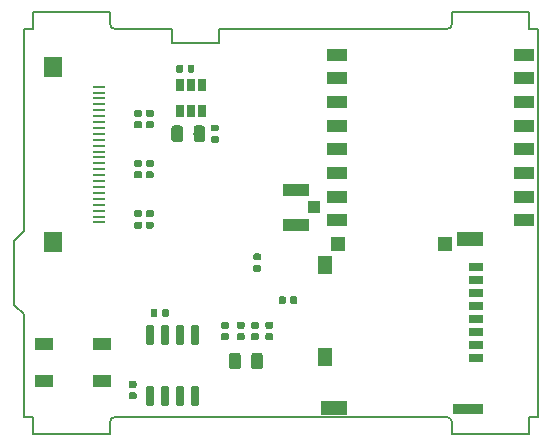
<source format=gbr>
%TF.GenerationSoftware,KiCad,Pcbnew,5.0.2-bee76a0~70~ubuntu18.04.1*%
%TF.CreationDate,2020-02-29T17:46:36-08:00*%
%TF.ProjectId,mainboard,6d61696e-626f-4617-9264-2e6b69636164,rev?*%
%TF.SameCoordinates,Original*%
%TF.FileFunction,Paste,Bot*%
%TF.FilePolarity,Positive*%
%FSLAX46Y46*%
G04 Gerber Fmt 4.6, Leading zero omitted, Abs format (unit mm)*
G04 Created by KiCad (PCBNEW 5.0.2-bee76a0~70~ubuntu18.04.1) date Sat 29 Feb 2020 05:46:36 PM PST*
%MOMM*%
%LPD*%
G01*
G04 APERTURE LIST*
%ADD10C,0.150000*%
%ADD11R,1.500000X1.700000*%
%ADD12R,1.100000X0.250000*%
%ADD13C,0.100000*%
%ADD14C,0.590000*%
%ADD15R,1.500000X1.000000*%
%ADD16R,1.050000X1.050000*%
%ADD17R,2.250000X1.050000*%
%ADD18R,1.800000X1.000000*%
%ADD19C,0.600000*%
%ADD20R,1.150000X1.500000*%
%ADD21R,2.200000X1.150000*%
%ADD22R,1.200000X1.160000*%
%ADD23R,1.250000X1.160000*%
%ADD24R,2.500000X0.950000*%
%ADD25R,1.240000X0.800000*%
%ADD26C,0.975000*%
%ADD27R,0.650000X1.060000*%
G04 APERTURE END LIST*
D10*
X120902460Y-74415942D02*
X120102459Y-74415941D01*
X85102460Y-74415941D02*
G75*
G02X84602460Y-73915941I0J500000D01*
G01*
X113602459Y-73915941D02*
G75*
G02X113102459Y-74415941I-500000J0D01*
G01*
X113102459Y-107215941D02*
G75*
G02X113602459Y-107715941I0J-500000D01*
G01*
X84602460Y-107715941D02*
G75*
G02X85102460Y-107215941I500000J0D01*
G01*
X77340460Y-91475941D02*
X76502460Y-92313941D01*
X77340460Y-98555940D02*
X76502460Y-97790000D01*
X120102460Y-72915941D02*
X113602460Y-72915941D01*
X113602459Y-107715941D02*
X113602460Y-108715941D01*
X85102460Y-107215941D02*
X113102459Y-107215941D01*
X84602460Y-108715941D02*
X84602460Y-107715941D01*
X113602460Y-108715941D02*
X120102459Y-108715940D01*
X113102459Y-74415941D02*
X93872460Y-74415941D01*
X113602460Y-72915941D02*
X113602459Y-73915941D01*
X78102460Y-72915941D02*
X78102460Y-74415941D01*
X93872460Y-74415941D02*
X93872460Y-75565000D01*
X93872460Y-75565000D02*
X89872460Y-75565000D01*
X78102460Y-74415941D02*
X77340460Y-74415941D01*
X77340460Y-74415941D02*
X77340460Y-91475941D01*
X120102460Y-107215940D02*
X120902460Y-107215940D01*
X120102459Y-74415941D02*
X120102460Y-72915941D01*
X89872460Y-75565000D02*
X89872460Y-74415941D01*
X84602460Y-72915941D02*
X78102460Y-72915941D01*
X84602460Y-73915941D02*
X84602460Y-72915941D01*
X89872460Y-74415941D02*
X85102460Y-74415941D01*
X76502460Y-92313941D02*
X76502460Y-97790000D01*
X120902460Y-107215940D02*
X120902460Y-74415942D01*
X78102460Y-107215940D02*
X78102460Y-108715940D01*
X120102459Y-108715940D02*
X120102460Y-107215940D01*
X77340460Y-98555940D02*
X77340460Y-107215940D01*
X78102460Y-108715940D02*
X84602460Y-108715941D01*
X77340460Y-107215940D02*
X78102460Y-107215940D01*
D11*
X79810780Y-77611260D03*
X79810780Y-92411260D03*
D12*
X83710780Y-79261260D03*
X83710780Y-79761260D03*
X83710780Y-80261260D03*
X83710780Y-80761260D03*
X83710780Y-81261260D03*
X83710780Y-81761260D03*
X83710780Y-82261260D03*
X83710780Y-82761260D03*
X83710780Y-83261260D03*
X83710780Y-83761260D03*
X83710780Y-84261260D03*
X83710780Y-84761260D03*
X83710780Y-85261260D03*
X83710780Y-85761260D03*
X83710780Y-86261260D03*
X83710780Y-86761260D03*
X83710780Y-87261260D03*
X83710780Y-87761260D03*
X83710780Y-88261260D03*
X83710780Y-88761260D03*
X83710780Y-89261260D03*
X83710780Y-89761260D03*
X83710780Y-90261260D03*
X83710780Y-90761260D03*
D13*
G36*
X87186958Y-81235710D02*
X87201276Y-81237834D01*
X87215317Y-81241351D01*
X87228946Y-81246228D01*
X87242031Y-81252417D01*
X87254447Y-81259858D01*
X87266073Y-81268481D01*
X87276798Y-81278202D01*
X87286519Y-81288927D01*
X87295142Y-81300553D01*
X87302583Y-81312969D01*
X87308772Y-81326054D01*
X87313649Y-81339683D01*
X87317166Y-81353724D01*
X87319290Y-81368042D01*
X87320000Y-81382500D01*
X87320000Y-81677500D01*
X87319290Y-81691958D01*
X87317166Y-81706276D01*
X87313649Y-81720317D01*
X87308772Y-81733946D01*
X87302583Y-81747031D01*
X87295142Y-81759447D01*
X87286519Y-81771073D01*
X87276798Y-81781798D01*
X87266073Y-81791519D01*
X87254447Y-81800142D01*
X87242031Y-81807583D01*
X87228946Y-81813772D01*
X87215317Y-81818649D01*
X87201276Y-81822166D01*
X87186958Y-81824290D01*
X87172500Y-81825000D01*
X86827500Y-81825000D01*
X86813042Y-81824290D01*
X86798724Y-81822166D01*
X86784683Y-81818649D01*
X86771054Y-81813772D01*
X86757969Y-81807583D01*
X86745553Y-81800142D01*
X86733927Y-81791519D01*
X86723202Y-81781798D01*
X86713481Y-81771073D01*
X86704858Y-81759447D01*
X86697417Y-81747031D01*
X86691228Y-81733946D01*
X86686351Y-81720317D01*
X86682834Y-81706276D01*
X86680710Y-81691958D01*
X86680000Y-81677500D01*
X86680000Y-81382500D01*
X86680710Y-81368042D01*
X86682834Y-81353724D01*
X86686351Y-81339683D01*
X86691228Y-81326054D01*
X86697417Y-81312969D01*
X86704858Y-81300553D01*
X86713481Y-81288927D01*
X86723202Y-81278202D01*
X86733927Y-81268481D01*
X86745553Y-81259858D01*
X86757969Y-81252417D01*
X86771054Y-81246228D01*
X86784683Y-81241351D01*
X86798724Y-81237834D01*
X86813042Y-81235710D01*
X86827500Y-81235000D01*
X87172500Y-81235000D01*
X87186958Y-81235710D01*
X87186958Y-81235710D01*
G37*
D14*
X87000000Y-81530000D03*
D13*
G36*
X87186958Y-82205710D02*
X87201276Y-82207834D01*
X87215317Y-82211351D01*
X87228946Y-82216228D01*
X87242031Y-82222417D01*
X87254447Y-82229858D01*
X87266073Y-82238481D01*
X87276798Y-82248202D01*
X87286519Y-82258927D01*
X87295142Y-82270553D01*
X87302583Y-82282969D01*
X87308772Y-82296054D01*
X87313649Y-82309683D01*
X87317166Y-82323724D01*
X87319290Y-82338042D01*
X87320000Y-82352500D01*
X87320000Y-82647500D01*
X87319290Y-82661958D01*
X87317166Y-82676276D01*
X87313649Y-82690317D01*
X87308772Y-82703946D01*
X87302583Y-82717031D01*
X87295142Y-82729447D01*
X87286519Y-82741073D01*
X87276798Y-82751798D01*
X87266073Y-82761519D01*
X87254447Y-82770142D01*
X87242031Y-82777583D01*
X87228946Y-82783772D01*
X87215317Y-82788649D01*
X87201276Y-82792166D01*
X87186958Y-82794290D01*
X87172500Y-82795000D01*
X86827500Y-82795000D01*
X86813042Y-82794290D01*
X86798724Y-82792166D01*
X86784683Y-82788649D01*
X86771054Y-82783772D01*
X86757969Y-82777583D01*
X86745553Y-82770142D01*
X86733927Y-82761519D01*
X86723202Y-82751798D01*
X86713481Y-82741073D01*
X86704858Y-82729447D01*
X86697417Y-82717031D01*
X86691228Y-82703946D01*
X86686351Y-82690317D01*
X86682834Y-82676276D01*
X86680710Y-82661958D01*
X86680000Y-82647500D01*
X86680000Y-82352500D01*
X86680710Y-82338042D01*
X86682834Y-82323724D01*
X86686351Y-82309683D01*
X86691228Y-82296054D01*
X86697417Y-82282969D01*
X86704858Y-82270553D01*
X86713481Y-82258927D01*
X86723202Y-82248202D01*
X86733927Y-82238481D01*
X86745553Y-82229858D01*
X86757969Y-82222417D01*
X86771054Y-82216228D01*
X86784683Y-82211351D01*
X86798724Y-82207834D01*
X86813042Y-82205710D01*
X86827500Y-82205000D01*
X87172500Y-82205000D01*
X87186958Y-82205710D01*
X87186958Y-82205710D01*
G37*
D14*
X87000000Y-82500000D03*
D13*
G36*
X87186958Y-85470710D02*
X87201276Y-85472834D01*
X87215317Y-85476351D01*
X87228946Y-85481228D01*
X87242031Y-85487417D01*
X87254447Y-85494858D01*
X87266073Y-85503481D01*
X87276798Y-85513202D01*
X87286519Y-85523927D01*
X87295142Y-85535553D01*
X87302583Y-85547969D01*
X87308772Y-85561054D01*
X87313649Y-85574683D01*
X87317166Y-85588724D01*
X87319290Y-85603042D01*
X87320000Y-85617500D01*
X87320000Y-85912500D01*
X87319290Y-85926958D01*
X87317166Y-85941276D01*
X87313649Y-85955317D01*
X87308772Y-85968946D01*
X87302583Y-85982031D01*
X87295142Y-85994447D01*
X87286519Y-86006073D01*
X87276798Y-86016798D01*
X87266073Y-86026519D01*
X87254447Y-86035142D01*
X87242031Y-86042583D01*
X87228946Y-86048772D01*
X87215317Y-86053649D01*
X87201276Y-86057166D01*
X87186958Y-86059290D01*
X87172500Y-86060000D01*
X86827500Y-86060000D01*
X86813042Y-86059290D01*
X86798724Y-86057166D01*
X86784683Y-86053649D01*
X86771054Y-86048772D01*
X86757969Y-86042583D01*
X86745553Y-86035142D01*
X86733927Y-86026519D01*
X86723202Y-86016798D01*
X86713481Y-86006073D01*
X86704858Y-85994447D01*
X86697417Y-85982031D01*
X86691228Y-85968946D01*
X86686351Y-85955317D01*
X86682834Y-85941276D01*
X86680710Y-85926958D01*
X86680000Y-85912500D01*
X86680000Y-85617500D01*
X86680710Y-85603042D01*
X86682834Y-85588724D01*
X86686351Y-85574683D01*
X86691228Y-85561054D01*
X86697417Y-85547969D01*
X86704858Y-85535553D01*
X86713481Y-85523927D01*
X86723202Y-85513202D01*
X86733927Y-85503481D01*
X86745553Y-85494858D01*
X86757969Y-85487417D01*
X86771054Y-85481228D01*
X86784683Y-85476351D01*
X86798724Y-85472834D01*
X86813042Y-85470710D01*
X86827500Y-85470000D01*
X87172500Y-85470000D01*
X87186958Y-85470710D01*
X87186958Y-85470710D01*
G37*
D14*
X87000000Y-85765000D03*
D13*
G36*
X87186958Y-86440710D02*
X87201276Y-86442834D01*
X87215317Y-86446351D01*
X87228946Y-86451228D01*
X87242031Y-86457417D01*
X87254447Y-86464858D01*
X87266073Y-86473481D01*
X87276798Y-86483202D01*
X87286519Y-86493927D01*
X87295142Y-86505553D01*
X87302583Y-86517969D01*
X87308772Y-86531054D01*
X87313649Y-86544683D01*
X87317166Y-86558724D01*
X87319290Y-86573042D01*
X87320000Y-86587500D01*
X87320000Y-86882500D01*
X87319290Y-86896958D01*
X87317166Y-86911276D01*
X87313649Y-86925317D01*
X87308772Y-86938946D01*
X87302583Y-86952031D01*
X87295142Y-86964447D01*
X87286519Y-86976073D01*
X87276798Y-86986798D01*
X87266073Y-86996519D01*
X87254447Y-87005142D01*
X87242031Y-87012583D01*
X87228946Y-87018772D01*
X87215317Y-87023649D01*
X87201276Y-87027166D01*
X87186958Y-87029290D01*
X87172500Y-87030000D01*
X86827500Y-87030000D01*
X86813042Y-87029290D01*
X86798724Y-87027166D01*
X86784683Y-87023649D01*
X86771054Y-87018772D01*
X86757969Y-87012583D01*
X86745553Y-87005142D01*
X86733927Y-86996519D01*
X86723202Y-86986798D01*
X86713481Y-86976073D01*
X86704858Y-86964447D01*
X86697417Y-86952031D01*
X86691228Y-86938946D01*
X86686351Y-86925317D01*
X86682834Y-86911276D01*
X86680710Y-86896958D01*
X86680000Y-86882500D01*
X86680000Y-86587500D01*
X86680710Y-86573042D01*
X86682834Y-86558724D01*
X86686351Y-86544683D01*
X86691228Y-86531054D01*
X86697417Y-86517969D01*
X86704858Y-86505553D01*
X86713481Y-86493927D01*
X86723202Y-86483202D01*
X86733927Y-86473481D01*
X86745553Y-86464858D01*
X86757969Y-86457417D01*
X86771054Y-86451228D01*
X86784683Y-86446351D01*
X86798724Y-86442834D01*
X86813042Y-86440710D01*
X86827500Y-86440000D01*
X87172500Y-86440000D01*
X87186958Y-86440710D01*
X87186958Y-86440710D01*
G37*
D14*
X87000000Y-86735000D03*
D15*
X79020500Y-104216000D03*
X79020500Y-101016000D03*
X83920500Y-104216000D03*
X83920500Y-101016000D03*
D13*
G36*
X88513458Y-98105710D02*
X88527776Y-98107834D01*
X88541817Y-98111351D01*
X88555446Y-98116228D01*
X88568531Y-98122417D01*
X88580947Y-98129858D01*
X88592573Y-98138481D01*
X88603298Y-98148202D01*
X88613019Y-98158927D01*
X88621642Y-98170553D01*
X88629083Y-98182969D01*
X88635272Y-98196054D01*
X88640149Y-98209683D01*
X88643666Y-98223724D01*
X88645790Y-98238042D01*
X88646500Y-98252500D01*
X88646500Y-98597500D01*
X88645790Y-98611958D01*
X88643666Y-98626276D01*
X88640149Y-98640317D01*
X88635272Y-98653946D01*
X88629083Y-98667031D01*
X88621642Y-98679447D01*
X88613019Y-98691073D01*
X88603298Y-98701798D01*
X88592573Y-98711519D01*
X88580947Y-98720142D01*
X88568531Y-98727583D01*
X88555446Y-98733772D01*
X88541817Y-98738649D01*
X88527776Y-98742166D01*
X88513458Y-98744290D01*
X88499000Y-98745000D01*
X88204000Y-98745000D01*
X88189542Y-98744290D01*
X88175224Y-98742166D01*
X88161183Y-98738649D01*
X88147554Y-98733772D01*
X88134469Y-98727583D01*
X88122053Y-98720142D01*
X88110427Y-98711519D01*
X88099702Y-98701798D01*
X88089981Y-98691073D01*
X88081358Y-98679447D01*
X88073917Y-98667031D01*
X88067728Y-98653946D01*
X88062851Y-98640317D01*
X88059334Y-98626276D01*
X88057210Y-98611958D01*
X88056500Y-98597500D01*
X88056500Y-98252500D01*
X88057210Y-98238042D01*
X88059334Y-98223724D01*
X88062851Y-98209683D01*
X88067728Y-98196054D01*
X88073917Y-98182969D01*
X88081358Y-98170553D01*
X88089981Y-98158927D01*
X88099702Y-98148202D01*
X88110427Y-98138481D01*
X88122053Y-98129858D01*
X88134469Y-98122417D01*
X88147554Y-98116228D01*
X88161183Y-98111351D01*
X88175224Y-98107834D01*
X88189542Y-98105710D01*
X88204000Y-98105000D01*
X88499000Y-98105000D01*
X88513458Y-98105710D01*
X88513458Y-98105710D01*
G37*
D14*
X88351500Y-98425000D03*
D13*
G36*
X89483458Y-98105710D02*
X89497776Y-98107834D01*
X89511817Y-98111351D01*
X89525446Y-98116228D01*
X89538531Y-98122417D01*
X89550947Y-98129858D01*
X89562573Y-98138481D01*
X89573298Y-98148202D01*
X89583019Y-98158927D01*
X89591642Y-98170553D01*
X89599083Y-98182969D01*
X89605272Y-98196054D01*
X89610149Y-98209683D01*
X89613666Y-98223724D01*
X89615790Y-98238042D01*
X89616500Y-98252500D01*
X89616500Y-98597500D01*
X89615790Y-98611958D01*
X89613666Y-98626276D01*
X89610149Y-98640317D01*
X89605272Y-98653946D01*
X89599083Y-98667031D01*
X89591642Y-98679447D01*
X89583019Y-98691073D01*
X89573298Y-98701798D01*
X89562573Y-98711519D01*
X89550947Y-98720142D01*
X89538531Y-98727583D01*
X89525446Y-98733772D01*
X89511817Y-98738649D01*
X89497776Y-98742166D01*
X89483458Y-98744290D01*
X89469000Y-98745000D01*
X89174000Y-98745000D01*
X89159542Y-98744290D01*
X89145224Y-98742166D01*
X89131183Y-98738649D01*
X89117554Y-98733772D01*
X89104469Y-98727583D01*
X89092053Y-98720142D01*
X89080427Y-98711519D01*
X89069702Y-98701798D01*
X89059981Y-98691073D01*
X89051358Y-98679447D01*
X89043917Y-98667031D01*
X89037728Y-98653946D01*
X89032851Y-98640317D01*
X89029334Y-98626276D01*
X89027210Y-98611958D01*
X89026500Y-98597500D01*
X89026500Y-98252500D01*
X89027210Y-98238042D01*
X89029334Y-98223724D01*
X89032851Y-98209683D01*
X89037728Y-98196054D01*
X89043917Y-98182969D01*
X89051358Y-98170553D01*
X89059981Y-98158927D01*
X89069702Y-98148202D01*
X89080427Y-98138481D01*
X89092053Y-98129858D01*
X89104469Y-98122417D01*
X89117554Y-98116228D01*
X89131183Y-98111351D01*
X89145224Y-98107834D01*
X89159542Y-98105710D01*
X89174000Y-98105000D01*
X89469000Y-98105000D01*
X89483458Y-98105710D01*
X89483458Y-98105710D01*
G37*
D14*
X89321500Y-98425000D03*
D16*
X101905800Y-89484200D03*
D17*
X100380800Y-90959200D03*
X100380800Y-88009200D03*
D13*
G36*
X94547958Y-99172250D02*
X94562276Y-99174374D01*
X94576317Y-99177891D01*
X94589946Y-99182768D01*
X94603031Y-99188957D01*
X94615447Y-99196398D01*
X94627073Y-99205021D01*
X94637798Y-99214742D01*
X94647519Y-99225467D01*
X94656142Y-99237093D01*
X94663583Y-99249509D01*
X94669772Y-99262594D01*
X94674649Y-99276223D01*
X94678166Y-99290264D01*
X94680290Y-99304582D01*
X94681000Y-99319040D01*
X94681000Y-99614040D01*
X94680290Y-99628498D01*
X94678166Y-99642816D01*
X94674649Y-99656857D01*
X94669772Y-99670486D01*
X94663583Y-99683571D01*
X94656142Y-99695987D01*
X94647519Y-99707613D01*
X94637798Y-99718338D01*
X94627073Y-99728059D01*
X94615447Y-99736682D01*
X94603031Y-99744123D01*
X94589946Y-99750312D01*
X94576317Y-99755189D01*
X94562276Y-99758706D01*
X94547958Y-99760830D01*
X94533500Y-99761540D01*
X94188500Y-99761540D01*
X94174042Y-99760830D01*
X94159724Y-99758706D01*
X94145683Y-99755189D01*
X94132054Y-99750312D01*
X94118969Y-99744123D01*
X94106553Y-99736682D01*
X94094927Y-99728059D01*
X94084202Y-99718338D01*
X94074481Y-99707613D01*
X94065858Y-99695987D01*
X94058417Y-99683571D01*
X94052228Y-99670486D01*
X94047351Y-99656857D01*
X94043834Y-99642816D01*
X94041710Y-99628498D01*
X94041000Y-99614040D01*
X94041000Y-99319040D01*
X94041710Y-99304582D01*
X94043834Y-99290264D01*
X94047351Y-99276223D01*
X94052228Y-99262594D01*
X94058417Y-99249509D01*
X94065858Y-99237093D01*
X94074481Y-99225467D01*
X94084202Y-99214742D01*
X94094927Y-99205021D01*
X94106553Y-99196398D01*
X94118969Y-99188957D01*
X94132054Y-99182768D01*
X94145683Y-99177891D01*
X94159724Y-99174374D01*
X94174042Y-99172250D01*
X94188500Y-99171540D01*
X94533500Y-99171540D01*
X94547958Y-99172250D01*
X94547958Y-99172250D01*
G37*
D14*
X94361000Y-99466540D03*
D13*
G36*
X94547958Y-100142250D02*
X94562276Y-100144374D01*
X94576317Y-100147891D01*
X94589946Y-100152768D01*
X94603031Y-100158957D01*
X94615447Y-100166398D01*
X94627073Y-100175021D01*
X94637798Y-100184742D01*
X94647519Y-100195467D01*
X94656142Y-100207093D01*
X94663583Y-100219509D01*
X94669772Y-100232594D01*
X94674649Y-100246223D01*
X94678166Y-100260264D01*
X94680290Y-100274582D01*
X94681000Y-100289040D01*
X94681000Y-100584040D01*
X94680290Y-100598498D01*
X94678166Y-100612816D01*
X94674649Y-100626857D01*
X94669772Y-100640486D01*
X94663583Y-100653571D01*
X94656142Y-100665987D01*
X94647519Y-100677613D01*
X94637798Y-100688338D01*
X94627073Y-100698059D01*
X94615447Y-100706682D01*
X94603031Y-100714123D01*
X94589946Y-100720312D01*
X94576317Y-100725189D01*
X94562276Y-100728706D01*
X94547958Y-100730830D01*
X94533500Y-100731540D01*
X94188500Y-100731540D01*
X94174042Y-100730830D01*
X94159724Y-100728706D01*
X94145683Y-100725189D01*
X94132054Y-100720312D01*
X94118969Y-100714123D01*
X94106553Y-100706682D01*
X94094927Y-100698059D01*
X94084202Y-100688338D01*
X94074481Y-100677613D01*
X94065858Y-100665987D01*
X94058417Y-100653571D01*
X94052228Y-100640486D01*
X94047351Y-100626857D01*
X94043834Y-100612816D01*
X94041710Y-100598498D01*
X94041000Y-100584040D01*
X94041000Y-100289040D01*
X94041710Y-100274582D01*
X94043834Y-100260264D01*
X94047351Y-100246223D01*
X94052228Y-100232594D01*
X94058417Y-100219509D01*
X94065858Y-100207093D01*
X94074481Y-100195467D01*
X94084202Y-100184742D01*
X94094927Y-100175021D01*
X94106553Y-100166398D01*
X94118969Y-100158957D01*
X94132054Y-100152768D01*
X94145683Y-100147891D01*
X94159724Y-100144374D01*
X94174042Y-100142250D01*
X94188500Y-100141540D01*
X94533500Y-100141540D01*
X94547958Y-100142250D01*
X94547958Y-100142250D01*
G37*
D14*
X94361000Y-100436540D03*
D13*
G36*
X97278458Y-94361210D02*
X97292776Y-94363334D01*
X97306817Y-94366851D01*
X97320446Y-94371728D01*
X97333531Y-94377917D01*
X97345947Y-94385358D01*
X97357573Y-94393981D01*
X97368298Y-94403702D01*
X97378019Y-94414427D01*
X97386642Y-94426053D01*
X97394083Y-94438469D01*
X97400272Y-94451554D01*
X97405149Y-94465183D01*
X97408666Y-94479224D01*
X97410790Y-94493542D01*
X97411500Y-94508000D01*
X97411500Y-94803000D01*
X97410790Y-94817458D01*
X97408666Y-94831776D01*
X97405149Y-94845817D01*
X97400272Y-94859446D01*
X97394083Y-94872531D01*
X97386642Y-94884947D01*
X97378019Y-94896573D01*
X97368298Y-94907298D01*
X97357573Y-94917019D01*
X97345947Y-94925642D01*
X97333531Y-94933083D01*
X97320446Y-94939272D01*
X97306817Y-94944149D01*
X97292776Y-94947666D01*
X97278458Y-94949790D01*
X97264000Y-94950500D01*
X96919000Y-94950500D01*
X96904542Y-94949790D01*
X96890224Y-94947666D01*
X96876183Y-94944149D01*
X96862554Y-94939272D01*
X96849469Y-94933083D01*
X96837053Y-94925642D01*
X96825427Y-94917019D01*
X96814702Y-94907298D01*
X96804981Y-94896573D01*
X96796358Y-94884947D01*
X96788917Y-94872531D01*
X96782728Y-94859446D01*
X96777851Y-94845817D01*
X96774334Y-94831776D01*
X96772210Y-94817458D01*
X96771500Y-94803000D01*
X96771500Y-94508000D01*
X96772210Y-94493542D01*
X96774334Y-94479224D01*
X96777851Y-94465183D01*
X96782728Y-94451554D01*
X96788917Y-94438469D01*
X96796358Y-94426053D01*
X96804981Y-94414427D01*
X96814702Y-94403702D01*
X96825427Y-94393981D01*
X96837053Y-94385358D01*
X96849469Y-94377917D01*
X96862554Y-94371728D01*
X96876183Y-94366851D01*
X96890224Y-94363334D01*
X96904542Y-94361210D01*
X96919000Y-94360500D01*
X97264000Y-94360500D01*
X97278458Y-94361210D01*
X97278458Y-94361210D01*
G37*
D14*
X97091500Y-94655500D03*
D13*
G36*
X97278458Y-93391210D02*
X97292776Y-93393334D01*
X97306817Y-93396851D01*
X97320446Y-93401728D01*
X97333531Y-93407917D01*
X97345947Y-93415358D01*
X97357573Y-93423981D01*
X97368298Y-93433702D01*
X97378019Y-93444427D01*
X97386642Y-93456053D01*
X97394083Y-93468469D01*
X97400272Y-93481554D01*
X97405149Y-93495183D01*
X97408666Y-93509224D01*
X97410790Y-93523542D01*
X97411500Y-93538000D01*
X97411500Y-93833000D01*
X97410790Y-93847458D01*
X97408666Y-93861776D01*
X97405149Y-93875817D01*
X97400272Y-93889446D01*
X97394083Y-93902531D01*
X97386642Y-93914947D01*
X97378019Y-93926573D01*
X97368298Y-93937298D01*
X97357573Y-93947019D01*
X97345947Y-93955642D01*
X97333531Y-93963083D01*
X97320446Y-93969272D01*
X97306817Y-93974149D01*
X97292776Y-93977666D01*
X97278458Y-93979790D01*
X97264000Y-93980500D01*
X96919000Y-93980500D01*
X96904542Y-93979790D01*
X96890224Y-93977666D01*
X96876183Y-93974149D01*
X96862554Y-93969272D01*
X96849469Y-93963083D01*
X96837053Y-93955642D01*
X96825427Y-93947019D01*
X96814702Y-93937298D01*
X96804981Y-93926573D01*
X96796358Y-93914947D01*
X96788917Y-93902531D01*
X96782728Y-93889446D01*
X96777851Y-93875817D01*
X96774334Y-93861776D01*
X96772210Y-93847458D01*
X96771500Y-93833000D01*
X96771500Y-93538000D01*
X96772210Y-93523542D01*
X96774334Y-93509224D01*
X96777851Y-93495183D01*
X96782728Y-93481554D01*
X96788917Y-93468469D01*
X96796358Y-93456053D01*
X96804981Y-93444427D01*
X96814702Y-93433702D01*
X96825427Y-93423981D01*
X96837053Y-93415358D01*
X96849469Y-93407917D01*
X96862554Y-93401728D01*
X96876183Y-93396851D01*
X96890224Y-93393334D01*
X96904542Y-93391210D01*
X96919000Y-93390500D01*
X97264000Y-93390500D01*
X97278458Y-93391210D01*
X97278458Y-93391210D01*
G37*
D14*
X97091500Y-93685500D03*
D13*
G36*
X88186958Y-89720710D02*
X88201276Y-89722834D01*
X88215317Y-89726351D01*
X88228946Y-89731228D01*
X88242031Y-89737417D01*
X88254447Y-89744858D01*
X88266073Y-89753481D01*
X88276798Y-89763202D01*
X88286519Y-89773927D01*
X88295142Y-89785553D01*
X88302583Y-89797969D01*
X88308772Y-89811054D01*
X88313649Y-89824683D01*
X88317166Y-89838724D01*
X88319290Y-89853042D01*
X88320000Y-89867500D01*
X88320000Y-90162500D01*
X88319290Y-90176958D01*
X88317166Y-90191276D01*
X88313649Y-90205317D01*
X88308772Y-90218946D01*
X88302583Y-90232031D01*
X88295142Y-90244447D01*
X88286519Y-90256073D01*
X88276798Y-90266798D01*
X88266073Y-90276519D01*
X88254447Y-90285142D01*
X88242031Y-90292583D01*
X88228946Y-90298772D01*
X88215317Y-90303649D01*
X88201276Y-90307166D01*
X88186958Y-90309290D01*
X88172500Y-90310000D01*
X87827500Y-90310000D01*
X87813042Y-90309290D01*
X87798724Y-90307166D01*
X87784683Y-90303649D01*
X87771054Y-90298772D01*
X87757969Y-90292583D01*
X87745553Y-90285142D01*
X87733927Y-90276519D01*
X87723202Y-90266798D01*
X87713481Y-90256073D01*
X87704858Y-90244447D01*
X87697417Y-90232031D01*
X87691228Y-90218946D01*
X87686351Y-90205317D01*
X87682834Y-90191276D01*
X87680710Y-90176958D01*
X87680000Y-90162500D01*
X87680000Y-89867500D01*
X87680710Y-89853042D01*
X87682834Y-89838724D01*
X87686351Y-89824683D01*
X87691228Y-89811054D01*
X87697417Y-89797969D01*
X87704858Y-89785553D01*
X87713481Y-89773927D01*
X87723202Y-89763202D01*
X87733927Y-89753481D01*
X87745553Y-89744858D01*
X87757969Y-89737417D01*
X87771054Y-89731228D01*
X87784683Y-89726351D01*
X87798724Y-89722834D01*
X87813042Y-89720710D01*
X87827500Y-89720000D01*
X88172500Y-89720000D01*
X88186958Y-89720710D01*
X88186958Y-89720710D01*
G37*
D14*
X88000000Y-90015000D03*
D13*
G36*
X88186958Y-90690710D02*
X88201276Y-90692834D01*
X88215317Y-90696351D01*
X88228946Y-90701228D01*
X88242031Y-90707417D01*
X88254447Y-90714858D01*
X88266073Y-90723481D01*
X88276798Y-90733202D01*
X88286519Y-90743927D01*
X88295142Y-90755553D01*
X88302583Y-90767969D01*
X88308772Y-90781054D01*
X88313649Y-90794683D01*
X88317166Y-90808724D01*
X88319290Y-90823042D01*
X88320000Y-90837500D01*
X88320000Y-91132500D01*
X88319290Y-91146958D01*
X88317166Y-91161276D01*
X88313649Y-91175317D01*
X88308772Y-91188946D01*
X88302583Y-91202031D01*
X88295142Y-91214447D01*
X88286519Y-91226073D01*
X88276798Y-91236798D01*
X88266073Y-91246519D01*
X88254447Y-91255142D01*
X88242031Y-91262583D01*
X88228946Y-91268772D01*
X88215317Y-91273649D01*
X88201276Y-91277166D01*
X88186958Y-91279290D01*
X88172500Y-91280000D01*
X87827500Y-91280000D01*
X87813042Y-91279290D01*
X87798724Y-91277166D01*
X87784683Y-91273649D01*
X87771054Y-91268772D01*
X87757969Y-91262583D01*
X87745553Y-91255142D01*
X87733927Y-91246519D01*
X87723202Y-91236798D01*
X87713481Y-91226073D01*
X87704858Y-91214447D01*
X87697417Y-91202031D01*
X87691228Y-91188946D01*
X87686351Y-91175317D01*
X87682834Y-91161276D01*
X87680710Y-91146958D01*
X87680000Y-91132500D01*
X87680000Y-90837500D01*
X87680710Y-90823042D01*
X87682834Y-90808724D01*
X87686351Y-90794683D01*
X87691228Y-90781054D01*
X87697417Y-90767969D01*
X87704858Y-90755553D01*
X87713481Y-90743927D01*
X87723202Y-90733202D01*
X87733927Y-90723481D01*
X87745553Y-90714858D01*
X87757969Y-90707417D01*
X87771054Y-90701228D01*
X87784683Y-90696351D01*
X87798724Y-90692834D01*
X87813042Y-90690710D01*
X87827500Y-90690000D01*
X88172500Y-90690000D01*
X88186958Y-90690710D01*
X88186958Y-90690710D01*
G37*
D14*
X88000000Y-90985000D03*
D18*
X103860000Y-76566000D03*
X103860000Y-78566000D03*
X103860000Y-80566000D03*
X103860000Y-82566000D03*
X103860000Y-84566000D03*
X103860000Y-86566000D03*
X103860000Y-88566000D03*
X103860000Y-90566000D03*
X119660000Y-90566000D03*
X119660000Y-88566000D03*
X119660000Y-86566000D03*
X119660000Y-84566000D03*
X119660000Y-82566000D03*
X119660000Y-80566000D03*
X119660000Y-78566000D03*
X119660000Y-76566000D03*
D13*
G36*
X88175703Y-104570722D02*
X88190264Y-104572882D01*
X88204543Y-104576459D01*
X88218403Y-104581418D01*
X88231710Y-104587712D01*
X88244336Y-104595280D01*
X88256159Y-104604048D01*
X88267066Y-104613934D01*
X88276952Y-104624841D01*
X88285720Y-104636664D01*
X88293288Y-104649290D01*
X88299582Y-104662597D01*
X88304541Y-104676457D01*
X88308118Y-104690736D01*
X88310278Y-104705297D01*
X88311000Y-104720000D01*
X88311000Y-106170000D01*
X88310278Y-106184703D01*
X88308118Y-106199264D01*
X88304541Y-106213543D01*
X88299582Y-106227403D01*
X88293288Y-106240710D01*
X88285720Y-106253336D01*
X88276952Y-106265159D01*
X88267066Y-106276066D01*
X88256159Y-106285952D01*
X88244336Y-106294720D01*
X88231710Y-106302288D01*
X88218403Y-106308582D01*
X88204543Y-106313541D01*
X88190264Y-106317118D01*
X88175703Y-106319278D01*
X88161000Y-106320000D01*
X87861000Y-106320000D01*
X87846297Y-106319278D01*
X87831736Y-106317118D01*
X87817457Y-106313541D01*
X87803597Y-106308582D01*
X87790290Y-106302288D01*
X87777664Y-106294720D01*
X87765841Y-106285952D01*
X87754934Y-106276066D01*
X87745048Y-106265159D01*
X87736280Y-106253336D01*
X87728712Y-106240710D01*
X87722418Y-106227403D01*
X87717459Y-106213543D01*
X87713882Y-106199264D01*
X87711722Y-106184703D01*
X87711000Y-106170000D01*
X87711000Y-104720000D01*
X87711722Y-104705297D01*
X87713882Y-104690736D01*
X87717459Y-104676457D01*
X87722418Y-104662597D01*
X87728712Y-104649290D01*
X87736280Y-104636664D01*
X87745048Y-104624841D01*
X87754934Y-104613934D01*
X87765841Y-104604048D01*
X87777664Y-104595280D01*
X87790290Y-104587712D01*
X87803597Y-104581418D01*
X87817457Y-104576459D01*
X87831736Y-104572882D01*
X87846297Y-104570722D01*
X87861000Y-104570000D01*
X88161000Y-104570000D01*
X88175703Y-104570722D01*
X88175703Y-104570722D01*
G37*
D19*
X88011000Y-105445000D03*
D13*
G36*
X89445703Y-104570722D02*
X89460264Y-104572882D01*
X89474543Y-104576459D01*
X89488403Y-104581418D01*
X89501710Y-104587712D01*
X89514336Y-104595280D01*
X89526159Y-104604048D01*
X89537066Y-104613934D01*
X89546952Y-104624841D01*
X89555720Y-104636664D01*
X89563288Y-104649290D01*
X89569582Y-104662597D01*
X89574541Y-104676457D01*
X89578118Y-104690736D01*
X89580278Y-104705297D01*
X89581000Y-104720000D01*
X89581000Y-106170000D01*
X89580278Y-106184703D01*
X89578118Y-106199264D01*
X89574541Y-106213543D01*
X89569582Y-106227403D01*
X89563288Y-106240710D01*
X89555720Y-106253336D01*
X89546952Y-106265159D01*
X89537066Y-106276066D01*
X89526159Y-106285952D01*
X89514336Y-106294720D01*
X89501710Y-106302288D01*
X89488403Y-106308582D01*
X89474543Y-106313541D01*
X89460264Y-106317118D01*
X89445703Y-106319278D01*
X89431000Y-106320000D01*
X89131000Y-106320000D01*
X89116297Y-106319278D01*
X89101736Y-106317118D01*
X89087457Y-106313541D01*
X89073597Y-106308582D01*
X89060290Y-106302288D01*
X89047664Y-106294720D01*
X89035841Y-106285952D01*
X89024934Y-106276066D01*
X89015048Y-106265159D01*
X89006280Y-106253336D01*
X88998712Y-106240710D01*
X88992418Y-106227403D01*
X88987459Y-106213543D01*
X88983882Y-106199264D01*
X88981722Y-106184703D01*
X88981000Y-106170000D01*
X88981000Y-104720000D01*
X88981722Y-104705297D01*
X88983882Y-104690736D01*
X88987459Y-104676457D01*
X88992418Y-104662597D01*
X88998712Y-104649290D01*
X89006280Y-104636664D01*
X89015048Y-104624841D01*
X89024934Y-104613934D01*
X89035841Y-104604048D01*
X89047664Y-104595280D01*
X89060290Y-104587712D01*
X89073597Y-104581418D01*
X89087457Y-104576459D01*
X89101736Y-104572882D01*
X89116297Y-104570722D01*
X89131000Y-104570000D01*
X89431000Y-104570000D01*
X89445703Y-104570722D01*
X89445703Y-104570722D01*
G37*
D19*
X89281000Y-105445000D03*
D13*
G36*
X90715703Y-104570722D02*
X90730264Y-104572882D01*
X90744543Y-104576459D01*
X90758403Y-104581418D01*
X90771710Y-104587712D01*
X90784336Y-104595280D01*
X90796159Y-104604048D01*
X90807066Y-104613934D01*
X90816952Y-104624841D01*
X90825720Y-104636664D01*
X90833288Y-104649290D01*
X90839582Y-104662597D01*
X90844541Y-104676457D01*
X90848118Y-104690736D01*
X90850278Y-104705297D01*
X90851000Y-104720000D01*
X90851000Y-106170000D01*
X90850278Y-106184703D01*
X90848118Y-106199264D01*
X90844541Y-106213543D01*
X90839582Y-106227403D01*
X90833288Y-106240710D01*
X90825720Y-106253336D01*
X90816952Y-106265159D01*
X90807066Y-106276066D01*
X90796159Y-106285952D01*
X90784336Y-106294720D01*
X90771710Y-106302288D01*
X90758403Y-106308582D01*
X90744543Y-106313541D01*
X90730264Y-106317118D01*
X90715703Y-106319278D01*
X90701000Y-106320000D01*
X90401000Y-106320000D01*
X90386297Y-106319278D01*
X90371736Y-106317118D01*
X90357457Y-106313541D01*
X90343597Y-106308582D01*
X90330290Y-106302288D01*
X90317664Y-106294720D01*
X90305841Y-106285952D01*
X90294934Y-106276066D01*
X90285048Y-106265159D01*
X90276280Y-106253336D01*
X90268712Y-106240710D01*
X90262418Y-106227403D01*
X90257459Y-106213543D01*
X90253882Y-106199264D01*
X90251722Y-106184703D01*
X90251000Y-106170000D01*
X90251000Y-104720000D01*
X90251722Y-104705297D01*
X90253882Y-104690736D01*
X90257459Y-104676457D01*
X90262418Y-104662597D01*
X90268712Y-104649290D01*
X90276280Y-104636664D01*
X90285048Y-104624841D01*
X90294934Y-104613934D01*
X90305841Y-104604048D01*
X90317664Y-104595280D01*
X90330290Y-104587712D01*
X90343597Y-104581418D01*
X90357457Y-104576459D01*
X90371736Y-104572882D01*
X90386297Y-104570722D01*
X90401000Y-104570000D01*
X90701000Y-104570000D01*
X90715703Y-104570722D01*
X90715703Y-104570722D01*
G37*
D19*
X90551000Y-105445000D03*
D13*
G36*
X91985703Y-104570722D02*
X92000264Y-104572882D01*
X92014543Y-104576459D01*
X92028403Y-104581418D01*
X92041710Y-104587712D01*
X92054336Y-104595280D01*
X92066159Y-104604048D01*
X92077066Y-104613934D01*
X92086952Y-104624841D01*
X92095720Y-104636664D01*
X92103288Y-104649290D01*
X92109582Y-104662597D01*
X92114541Y-104676457D01*
X92118118Y-104690736D01*
X92120278Y-104705297D01*
X92121000Y-104720000D01*
X92121000Y-106170000D01*
X92120278Y-106184703D01*
X92118118Y-106199264D01*
X92114541Y-106213543D01*
X92109582Y-106227403D01*
X92103288Y-106240710D01*
X92095720Y-106253336D01*
X92086952Y-106265159D01*
X92077066Y-106276066D01*
X92066159Y-106285952D01*
X92054336Y-106294720D01*
X92041710Y-106302288D01*
X92028403Y-106308582D01*
X92014543Y-106313541D01*
X92000264Y-106317118D01*
X91985703Y-106319278D01*
X91971000Y-106320000D01*
X91671000Y-106320000D01*
X91656297Y-106319278D01*
X91641736Y-106317118D01*
X91627457Y-106313541D01*
X91613597Y-106308582D01*
X91600290Y-106302288D01*
X91587664Y-106294720D01*
X91575841Y-106285952D01*
X91564934Y-106276066D01*
X91555048Y-106265159D01*
X91546280Y-106253336D01*
X91538712Y-106240710D01*
X91532418Y-106227403D01*
X91527459Y-106213543D01*
X91523882Y-106199264D01*
X91521722Y-106184703D01*
X91521000Y-106170000D01*
X91521000Y-104720000D01*
X91521722Y-104705297D01*
X91523882Y-104690736D01*
X91527459Y-104676457D01*
X91532418Y-104662597D01*
X91538712Y-104649290D01*
X91546280Y-104636664D01*
X91555048Y-104624841D01*
X91564934Y-104613934D01*
X91575841Y-104604048D01*
X91587664Y-104595280D01*
X91600290Y-104587712D01*
X91613597Y-104581418D01*
X91627457Y-104576459D01*
X91641736Y-104572882D01*
X91656297Y-104570722D01*
X91671000Y-104570000D01*
X91971000Y-104570000D01*
X91985703Y-104570722D01*
X91985703Y-104570722D01*
G37*
D19*
X91821000Y-105445000D03*
D13*
G36*
X91985703Y-99420722D02*
X92000264Y-99422882D01*
X92014543Y-99426459D01*
X92028403Y-99431418D01*
X92041710Y-99437712D01*
X92054336Y-99445280D01*
X92066159Y-99454048D01*
X92077066Y-99463934D01*
X92086952Y-99474841D01*
X92095720Y-99486664D01*
X92103288Y-99499290D01*
X92109582Y-99512597D01*
X92114541Y-99526457D01*
X92118118Y-99540736D01*
X92120278Y-99555297D01*
X92121000Y-99570000D01*
X92121000Y-101020000D01*
X92120278Y-101034703D01*
X92118118Y-101049264D01*
X92114541Y-101063543D01*
X92109582Y-101077403D01*
X92103288Y-101090710D01*
X92095720Y-101103336D01*
X92086952Y-101115159D01*
X92077066Y-101126066D01*
X92066159Y-101135952D01*
X92054336Y-101144720D01*
X92041710Y-101152288D01*
X92028403Y-101158582D01*
X92014543Y-101163541D01*
X92000264Y-101167118D01*
X91985703Y-101169278D01*
X91971000Y-101170000D01*
X91671000Y-101170000D01*
X91656297Y-101169278D01*
X91641736Y-101167118D01*
X91627457Y-101163541D01*
X91613597Y-101158582D01*
X91600290Y-101152288D01*
X91587664Y-101144720D01*
X91575841Y-101135952D01*
X91564934Y-101126066D01*
X91555048Y-101115159D01*
X91546280Y-101103336D01*
X91538712Y-101090710D01*
X91532418Y-101077403D01*
X91527459Y-101063543D01*
X91523882Y-101049264D01*
X91521722Y-101034703D01*
X91521000Y-101020000D01*
X91521000Y-99570000D01*
X91521722Y-99555297D01*
X91523882Y-99540736D01*
X91527459Y-99526457D01*
X91532418Y-99512597D01*
X91538712Y-99499290D01*
X91546280Y-99486664D01*
X91555048Y-99474841D01*
X91564934Y-99463934D01*
X91575841Y-99454048D01*
X91587664Y-99445280D01*
X91600290Y-99437712D01*
X91613597Y-99431418D01*
X91627457Y-99426459D01*
X91641736Y-99422882D01*
X91656297Y-99420722D01*
X91671000Y-99420000D01*
X91971000Y-99420000D01*
X91985703Y-99420722D01*
X91985703Y-99420722D01*
G37*
D19*
X91821000Y-100295000D03*
D13*
G36*
X90715703Y-99420722D02*
X90730264Y-99422882D01*
X90744543Y-99426459D01*
X90758403Y-99431418D01*
X90771710Y-99437712D01*
X90784336Y-99445280D01*
X90796159Y-99454048D01*
X90807066Y-99463934D01*
X90816952Y-99474841D01*
X90825720Y-99486664D01*
X90833288Y-99499290D01*
X90839582Y-99512597D01*
X90844541Y-99526457D01*
X90848118Y-99540736D01*
X90850278Y-99555297D01*
X90851000Y-99570000D01*
X90851000Y-101020000D01*
X90850278Y-101034703D01*
X90848118Y-101049264D01*
X90844541Y-101063543D01*
X90839582Y-101077403D01*
X90833288Y-101090710D01*
X90825720Y-101103336D01*
X90816952Y-101115159D01*
X90807066Y-101126066D01*
X90796159Y-101135952D01*
X90784336Y-101144720D01*
X90771710Y-101152288D01*
X90758403Y-101158582D01*
X90744543Y-101163541D01*
X90730264Y-101167118D01*
X90715703Y-101169278D01*
X90701000Y-101170000D01*
X90401000Y-101170000D01*
X90386297Y-101169278D01*
X90371736Y-101167118D01*
X90357457Y-101163541D01*
X90343597Y-101158582D01*
X90330290Y-101152288D01*
X90317664Y-101144720D01*
X90305841Y-101135952D01*
X90294934Y-101126066D01*
X90285048Y-101115159D01*
X90276280Y-101103336D01*
X90268712Y-101090710D01*
X90262418Y-101077403D01*
X90257459Y-101063543D01*
X90253882Y-101049264D01*
X90251722Y-101034703D01*
X90251000Y-101020000D01*
X90251000Y-99570000D01*
X90251722Y-99555297D01*
X90253882Y-99540736D01*
X90257459Y-99526457D01*
X90262418Y-99512597D01*
X90268712Y-99499290D01*
X90276280Y-99486664D01*
X90285048Y-99474841D01*
X90294934Y-99463934D01*
X90305841Y-99454048D01*
X90317664Y-99445280D01*
X90330290Y-99437712D01*
X90343597Y-99431418D01*
X90357457Y-99426459D01*
X90371736Y-99422882D01*
X90386297Y-99420722D01*
X90401000Y-99420000D01*
X90701000Y-99420000D01*
X90715703Y-99420722D01*
X90715703Y-99420722D01*
G37*
D19*
X90551000Y-100295000D03*
D13*
G36*
X89445703Y-99420722D02*
X89460264Y-99422882D01*
X89474543Y-99426459D01*
X89488403Y-99431418D01*
X89501710Y-99437712D01*
X89514336Y-99445280D01*
X89526159Y-99454048D01*
X89537066Y-99463934D01*
X89546952Y-99474841D01*
X89555720Y-99486664D01*
X89563288Y-99499290D01*
X89569582Y-99512597D01*
X89574541Y-99526457D01*
X89578118Y-99540736D01*
X89580278Y-99555297D01*
X89581000Y-99570000D01*
X89581000Y-101020000D01*
X89580278Y-101034703D01*
X89578118Y-101049264D01*
X89574541Y-101063543D01*
X89569582Y-101077403D01*
X89563288Y-101090710D01*
X89555720Y-101103336D01*
X89546952Y-101115159D01*
X89537066Y-101126066D01*
X89526159Y-101135952D01*
X89514336Y-101144720D01*
X89501710Y-101152288D01*
X89488403Y-101158582D01*
X89474543Y-101163541D01*
X89460264Y-101167118D01*
X89445703Y-101169278D01*
X89431000Y-101170000D01*
X89131000Y-101170000D01*
X89116297Y-101169278D01*
X89101736Y-101167118D01*
X89087457Y-101163541D01*
X89073597Y-101158582D01*
X89060290Y-101152288D01*
X89047664Y-101144720D01*
X89035841Y-101135952D01*
X89024934Y-101126066D01*
X89015048Y-101115159D01*
X89006280Y-101103336D01*
X88998712Y-101090710D01*
X88992418Y-101077403D01*
X88987459Y-101063543D01*
X88983882Y-101049264D01*
X88981722Y-101034703D01*
X88981000Y-101020000D01*
X88981000Y-99570000D01*
X88981722Y-99555297D01*
X88983882Y-99540736D01*
X88987459Y-99526457D01*
X88992418Y-99512597D01*
X88998712Y-99499290D01*
X89006280Y-99486664D01*
X89015048Y-99474841D01*
X89024934Y-99463934D01*
X89035841Y-99454048D01*
X89047664Y-99445280D01*
X89060290Y-99437712D01*
X89073597Y-99431418D01*
X89087457Y-99426459D01*
X89101736Y-99422882D01*
X89116297Y-99420722D01*
X89131000Y-99420000D01*
X89431000Y-99420000D01*
X89445703Y-99420722D01*
X89445703Y-99420722D01*
G37*
D19*
X89281000Y-100295000D03*
D13*
G36*
X88175703Y-99420722D02*
X88190264Y-99422882D01*
X88204543Y-99426459D01*
X88218403Y-99431418D01*
X88231710Y-99437712D01*
X88244336Y-99445280D01*
X88256159Y-99454048D01*
X88267066Y-99463934D01*
X88276952Y-99474841D01*
X88285720Y-99486664D01*
X88293288Y-99499290D01*
X88299582Y-99512597D01*
X88304541Y-99526457D01*
X88308118Y-99540736D01*
X88310278Y-99555297D01*
X88311000Y-99570000D01*
X88311000Y-101020000D01*
X88310278Y-101034703D01*
X88308118Y-101049264D01*
X88304541Y-101063543D01*
X88299582Y-101077403D01*
X88293288Y-101090710D01*
X88285720Y-101103336D01*
X88276952Y-101115159D01*
X88267066Y-101126066D01*
X88256159Y-101135952D01*
X88244336Y-101144720D01*
X88231710Y-101152288D01*
X88218403Y-101158582D01*
X88204543Y-101163541D01*
X88190264Y-101167118D01*
X88175703Y-101169278D01*
X88161000Y-101170000D01*
X87861000Y-101170000D01*
X87846297Y-101169278D01*
X87831736Y-101167118D01*
X87817457Y-101163541D01*
X87803597Y-101158582D01*
X87790290Y-101152288D01*
X87777664Y-101144720D01*
X87765841Y-101135952D01*
X87754934Y-101126066D01*
X87745048Y-101115159D01*
X87736280Y-101103336D01*
X87728712Y-101090710D01*
X87722418Y-101077403D01*
X87717459Y-101063543D01*
X87713882Y-101049264D01*
X87711722Y-101034703D01*
X87711000Y-101020000D01*
X87711000Y-99570000D01*
X87711722Y-99555297D01*
X87713882Y-99540736D01*
X87717459Y-99526457D01*
X87722418Y-99512597D01*
X87728712Y-99499290D01*
X87736280Y-99486664D01*
X87745048Y-99474841D01*
X87754934Y-99463934D01*
X87765841Y-99454048D01*
X87777664Y-99445280D01*
X87790290Y-99437712D01*
X87803597Y-99431418D01*
X87817457Y-99426459D01*
X87831736Y-99422882D01*
X87846297Y-99420722D01*
X87861000Y-99420000D01*
X88161000Y-99420000D01*
X88175703Y-99420722D01*
X88175703Y-99420722D01*
G37*
D19*
X88011000Y-100295000D03*
D13*
G36*
X86737458Y-105156210D02*
X86751776Y-105158334D01*
X86765817Y-105161851D01*
X86779446Y-105166728D01*
X86792531Y-105172917D01*
X86804947Y-105180358D01*
X86816573Y-105188981D01*
X86827298Y-105198702D01*
X86837019Y-105209427D01*
X86845642Y-105221053D01*
X86853083Y-105233469D01*
X86859272Y-105246554D01*
X86864149Y-105260183D01*
X86867666Y-105274224D01*
X86869790Y-105288542D01*
X86870500Y-105303000D01*
X86870500Y-105598000D01*
X86869790Y-105612458D01*
X86867666Y-105626776D01*
X86864149Y-105640817D01*
X86859272Y-105654446D01*
X86853083Y-105667531D01*
X86845642Y-105679947D01*
X86837019Y-105691573D01*
X86827298Y-105702298D01*
X86816573Y-105712019D01*
X86804947Y-105720642D01*
X86792531Y-105728083D01*
X86779446Y-105734272D01*
X86765817Y-105739149D01*
X86751776Y-105742666D01*
X86737458Y-105744790D01*
X86723000Y-105745500D01*
X86378000Y-105745500D01*
X86363542Y-105744790D01*
X86349224Y-105742666D01*
X86335183Y-105739149D01*
X86321554Y-105734272D01*
X86308469Y-105728083D01*
X86296053Y-105720642D01*
X86284427Y-105712019D01*
X86273702Y-105702298D01*
X86263981Y-105691573D01*
X86255358Y-105679947D01*
X86247917Y-105667531D01*
X86241728Y-105654446D01*
X86236851Y-105640817D01*
X86233334Y-105626776D01*
X86231210Y-105612458D01*
X86230500Y-105598000D01*
X86230500Y-105303000D01*
X86231210Y-105288542D01*
X86233334Y-105274224D01*
X86236851Y-105260183D01*
X86241728Y-105246554D01*
X86247917Y-105233469D01*
X86255358Y-105221053D01*
X86263981Y-105209427D01*
X86273702Y-105198702D01*
X86284427Y-105188981D01*
X86296053Y-105180358D01*
X86308469Y-105172917D01*
X86321554Y-105166728D01*
X86335183Y-105161851D01*
X86349224Y-105158334D01*
X86363542Y-105156210D01*
X86378000Y-105155500D01*
X86723000Y-105155500D01*
X86737458Y-105156210D01*
X86737458Y-105156210D01*
G37*
D14*
X86550500Y-105450500D03*
D13*
G36*
X86737458Y-104186210D02*
X86751776Y-104188334D01*
X86765817Y-104191851D01*
X86779446Y-104196728D01*
X86792531Y-104202917D01*
X86804947Y-104210358D01*
X86816573Y-104218981D01*
X86827298Y-104228702D01*
X86837019Y-104239427D01*
X86845642Y-104251053D01*
X86853083Y-104263469D01*
X86859272Y-104276554D01*
X86864149Y-104290183D01*
X86867666Y-104304224D01*
X86869790Y-104318542D01*
X86870500Y-104333000D01*
X86870500Y-104628000D01*
X86869790Y-104642458D01*
X86867666Y-104656776D01*
X86864149Y-104670817D01*
X86859272Y-104684446D01*
X86853083Y-104697531D01*
X86845642Y-104709947D01*
X86837019Y-104721573D01*
X86827298Y-104732298D01*
X86816573Y-104742019D01*
X86804947Y-104750642D01*
X86792531Y-104758083D01*
X86779446Y-104764272D01*
X86765817Y-104769149D01*
X86751776Y-104772666D01*
X86737458Y-104774790D01*
X86723000Y-104775500D01*
X86378000Y-104775500D01*
X86363542Y-104774790D01*
X86349224Y-104772666D01*
X86335183Y-104769149D01*
X86321554Y-104764272D01*
X86308469Y-104758083D01*
X86296053Y-104750642D01*
X86284427Y-104742019D01*
X86273702Y-104732298D01*
X86263981Y-104721573D01*
X86255358Y-104709947D01*
X86247917Y-104697531D01*
X86241728Y-104684446D01*
X86236851Y-104670817D01*
X86233334Y-104656776D01*
X86231210Y-104642458D01*
X86230500Y-104628000D01*
X86230500Y-104333000D01*
X86231210Y-104318542D01*
X86233334Y-104304224D01*
X86236851Y-104290183D01*
X86241728Y-104276554D01*
X86247917Y-104263469D01*
X86255358Y-104251053D01*
X86263981Y-104239427D01*
X86273702Y-104228702D01*
X86284427Y-104218981D01*
X86296053Y-104210358D01*
X86308469Y-104202917D01*
X86321554Y-104196728D01*
X86335183Y-104191851D01*
X86349224Y-104188334D01*
X86363542Y-104186210D01*
X86378000Y-104185500D01*
X86723000Y-104185500D01*
X86737458Y-104186210D01*
X86737458Y-104186210D01*
G37*
D14*
X86550500Y-104480500D03*
D20*
X102832000Y-94374000D03*
X102832000Y-102154000D03*
D21*
X103627000Y-106459000D03*
D22*
X103957000Y-92574000D03*
D23*
X112957000Y-92574000D03*
D21*
X115107000Y-92169000D03*
D24*
X114957000Y-106559000D03*
D25*
X115587000Y-94514000D03*
X115587000Y-95614000D03*
X115587000Y-96714000D03*
X115587000Y-97814000D03*
X115587000Y-98914000D03*
X115587000Y-100014000D03*
X115587000Y-101114000D03*
X115587000Y-102214000D03*
D13*
G36*
X95469142Y-101801174D02*
X95492803Y-101804684D01*
X95516007Y-101810496D01*
X95538529Y-101818554D01*
X95560153Y-101828782D01*
X95580670Y-101841079D01*
X95599883Y-101855329D01*
X95617607Y-101871393D01*
X95633671Y-101889117D01*
X95647921Y-101908330D01*
X95660218Y-101928847D01*
X95670446Y-101950471D01*
X95678504Y-101972993D01*
X95684316Y-101996197D01*
X95687826Y-102019858D01*
X95689000Y-102043750D01*
X95689000Y-102956250D01*
X95687826Y-102980142D01*
X95684316Y-103003803D01*
X95678504Y-103027007D01*
X95670446Y-103049529D01*
X95660218Y-103071153D01*
X95647921Y-103091670D01*
X95633671Y-103110883D01*
X95617607Y-103128607D01*
X95599883Y-103144671D01*
X95580670Y-103158921D01*
X95560153Y-103171218D01*
X95538529Y-103181446D01*
X95516007Y-103189504D01*
X95492803Y-103195316D01*
X95469142Y-103198826D01*
X95445250Y-103200000D01*
X94957750Y-103200000D01*
X94933858Y-103198826D01*
X94910197Y-103195316D01*
X94886993Y-103189504D01*
X94864471Y-103181446D01*
X94842847Y-103171218D01*
X94822330Y-103158921D01*
X94803117Y-103144671D01*
X94785393Y-103128607D01*
X94769329Y-103110883D01*
X94755079Y-103091670D01*
X94742782Y-103071153D01*
X94732554Y-103049529D01*
X94724496Y-103027007D01*
X94718684Y-103003803D01*
X94715174Y-102980142D01*
X94714000Y-102956250D01*
X94714000Y-102043750D01*
X94715174Y-102019858D01*
X94718684Y-101996197D01*
X94724496Y-101972993D01*
X94732554Y-101950471D01*
X94742782Y-101928847D01*
X94755079Y-101908330D01*
X94769329Y-101889117D01*
X94785393Y-101871393D01*
X94803117Y-101855329D01*
X94822330Y-101841079D01*
X94842847Y-101828782D01*
X94864471Y-101818554D01*
X94886993Y-101810496D01*
X94910197Y-101804684D01*
X94933858Y-101801174D01*
X94957750Y-101800000D01*
X95445250Y-101800000D01*
X95469142Y-101801174D01*
X95469142Y-101801174D01*
G37*
D26*
X95201500Y-102500000D03*
D13*
G36*
X97344142Y-101801174D02*
X97367803Y-101804684D01*
X97391007Y-101810496D01*
X97413529Y-101818554D01*
X97435153Y-101828782D01*
X97455670Y-101841079D01*
X97474883Y-101855329D01*
X97492607Y-101871393D01*
X97508671Y-101889117D01*
X97522921Y-101908330D01*
X97535218Y-101928847D01*
X97545446Y-101950471D01*
X97553504Y-101972993D01*
X97559316Y-101996197D01*
X97562826Y-102019858D01*
X97564000Y-102043750D01*
X97564000Y-102956250D01*
X97562826Y-102980142D01*
X97559316Y-103003803D01*
X97553504Y-103027007D01*
X97545446Y-103049529D01*
X97535218Y-103071153D01*
X97522921Y-103091670D01*
X97508671Y-103110883D01*
X97492607Y-103128607D01*
X97474883Y-103144671D01*
X97455670Y-103158921D01*
X97435153Y-103171218D01*
X97413529Y-103181446D01*
X97391007Y-103189504D01*
X97367803Y-103195316D01*
X97344142Y-103198826D01*
X97320250Y-103200000D01*
X96832750Y-103200000D01*
X96808858Y-103198826D01*
X96785197Y-103195316D01*
X96761993Y-103189504D01*
X96739471Y-103181446D01*
X96717847Y-103171218D01*
X96697330Y-103158921D01*
X96678117Y-103144671D01*
X96660393Y-103128607D01*
X96644329Y-103110883D01*
X96630079Y-103091670D01*
X96617782Y-103071153D01*
X96607554Y-103049529D01*
X96599496Y-103027007D01*
X96593684Y-103003803D01*
X96590174Y-102980142D01*
X96589000Y-102956250D01*
X96589000Y-102043750D01*
X96590174Y-102019858D01*
X96593684Y-101996197D01*
X96599496Y-101972993D01*
X96607554Y-101950471D01*
X96617782Y-101928847D01*
X96630079Y-101908330D01*
X96644329Y-101889117D01*
X96660393Y-101871393D01*
X96678117Y-101855329D01*
X96697330Y-101841079D01*
X96717847Y-101828782D01*
X96739471Y-101818554D01*
X96761993Y-101810496D01*
X96785197Y-101804684D01*
X96808858Y-101801174D01*
X96832750Y-101800000D01*
X97320250Y-101800000D01*
X97344142Y-101801174D01*
X97344142Y-101801174D01*
G37*
D26*
X97076500Y-102500000D03*
D13*
G36*
X95881458Y-99169710D02*
X95895776Y-99171834D01*
X95909817Y-99175351D01*
X95923446Y-99180228D01*
X95936531Y-99186417D01*
X95948947Y-99193858D01*
X95960573Y-99202481D01*
X95971298Y-99212202D01*
X95981019Y-99222927D01*
X95989642Y-99234553D01*
X95997083Y-99246969D01*
X96003272Y-99260054D01*
X96008149Y-99273683D01*
X96011666Y-99287724D01*
X96013790Y-99302042D01*
X96014500Y-99316500D01*
X96014500Y-99611500D01*
X96013790Y-99625958D01*
X96011666Y-99640276D01*
X96008149Y-99654317D01*
X96003272Y-99667946D01*
X95997083Y-99681031D01*
X95989642Y-99693447D01*
X95981019Y-99705073D01*
X95971298Y-99715798D01*
X95960573Y-99725519D01*
X95948947Y-99734142D01*
X95936531Y-99741583D01*
X95923446Y-99747772D01*
X95909817Y-99752649D01*
X95895776Y-99756166D01*
X95881458Y-99758290D01*
X95867000Y-99759000D01*
X95522000Y-99759000D01*
X95507542Y-99758290D01*
X95493224Y-99756166D01*
X95479183Y-99752649D01*
X95465554Y-99747772D01*
X95452469Y-99741583D01*
X95440053Y-99734142D01*
X95428427Y-99725519D01*
X95417702Y-99715798D01*
X95407981Y-99705073D01*
X95399358Y-99693447D01*
X95391917Y-99681031D01*
X95385728Y-99667946D01*
X95380851Y-99654317D01*
X95377334Y-99640276D01*
X95375210Y-99625958D01*
X95374500Y-99611500D01*
X95374500Y-99316500D01*
X95375210Y-99302042D01*
X95377334Y-99287724D01*
X95380851Y-99273683D01*
X95385728Y-99260054D01*
X95391917Y-99246969D01*
X95399358Y-99234553D01*
X95407981Y-99222927D01*
X95417702Y-99212202D01*
X95428427Y-99202481D01*
X95440053Y-99193858D01*
X95452469Y-99186417D01*
X95465554Y-99180228D01*
X95479183Y-99175351D01*
X95493224Y-99171834D01*
X95507542Y-99169710D01*
X95522000Y-99169000D01*
X95867000Y-99169000D01*
X95881458Y-99169710D01*
X95881458Y-99169710D01*
G37*
D14*
X95694500Y-99464000D03*
D13*
G36*
X95881458Y-100139710D02*
X95895776Y-100141834D01*
X95909817Y-100145351D01*
X95923446Y-100150228D01*
X95936531Y-100156417D01*
X95948947Y-100163858D01*
X95960573Y-100172481D01*
X95971298Y-100182202D01*
X95981019Y-100192927D01*
X95989642Y-100204553D01*
X95997083Y-100216969D01*
X96003272Y-100230054D01*
X96008149Y-100243683D01*
X96011666Y-100257724D01*
X96013790Y-100272042D01*
X96014500Y-100286500D01*
X96014500Y-100581500D01*
X96013790Y-100595958D01*
X96011666Y-100610276D01*
X96008149Y-100624317D01*
X96003272Y-100637946D01*
X95997083Y-100651031D01*
X95989642Y-100663447D01*
X95981019Y-100675073D01*
X95971298Y-100685798D01*
X95960573Y-100695519D01*
X95948947Y-100704142D01*
X95936531Y-100711583D01*
X95923446Y-100717772D01*
X95909817Y-100722649D01*
X95895776Y-100726166D01*
X95881458Y-100728290D01*
X95867000Y-100729000D01*
X95522000Y-100729000D01*
X95507542Y-100728290D01*
X95493224Y-100726166D01*
X95479183Y-100722649D01*
X95465554Y-100717772D01*
X95452469Y-100711583D01*
X95440053Y-100704142D01*
X95428427Y-100695519D01*
X95417702Y-100685798D01*
X95407981Y-100675073D01*
X95399358Y-100663447D01*
X95391917Y-100651031D01*
X95385728Y-100637946D01*
X95380851Y-100624317D01*
X95377334Y-100610276D01*
X95375210Y-100595958D01*
X95374500Y-100581500D01*
X95374500Y-100286500D01*
X95375210Y-100272042D01*
X95377334Y-100257724D01*
X95380851Y-100243683D01*
X95385728Y-100230054D01*
X95391917Y-100216969D01*
X95399358Y-100204553D01*
X95407981Y-100192927D01*
X95417702Y-100182202D01*
X95428427Y-100172481D01*
X95440053Y-100163858D01*
X95452469Y-100156417D01*
X95465554Y-100150228D01*
X95479183Y-100145351D01*
X95493224Y-100141834D01*
X95507542Y-100139710D01*
X95522000Y-100139000D01*
X95867000Y-100139000D01*
X95881458Y-100139710D01*
X95881458Y-100139710D01*
G37*
D14*
X95694500Y-100434000D03*
D13*
G36*
X97087958Y-99169710D02*
X97102276Y-99171834D01*
X97116317Y-99175351D01*
X97129946Y-99180228D01*
X97143031Y-99186417D01*
X97155447Y-99193858D01*
X97167073Y-99202481D01*
X97177798Y-99212202D01*
X97187519Y-99222927D01*
X97196142Y-99234553D01*
X97203583Y-99246969D01*
X97209772Y-99260054D01*
X97214649Y-99273683D01*
X97218166Y-99287724D01*
X97220290Y-99302042D01*
X97221000Y-99316500D01*
X97221000Y-99611500D01*
X97220290Y-99625958D01*
X97218166Y-99640276D01*
X97214649Y-99654317D01*
X97209772Y-99667946D01*
X97203583Y-99681031D01*
X97196142Y-99693447D01*
X97187519Y-99705073D01*
X97177798Y-99715798D01*
X97167073Y-99725519D01*
X97155447Y-99734142D01*
X97143031Y-99741583D01*
X97129946Y-99747772D01*
X97116317Y-99752649D01*
X97102276Y-99756166D01*
X97087958Y-99758290D01*
X97073500Y-99759000D01*
X96728500Y-99759000D01*
X96714042Y-99758290D01*
X96699724Y-99756166D01*
X96685683Y-99752649D01*
X96672054Y-99747772D01*
X96658969Y-99741583D01*
X96646553Y-99734142D01*
X96634927Y-99725519D01*
X96624202Y-99715798D01*
X96614481Y-99705073D01*
X96605858Y-99693447D01*
X96598417Y-99681031D01*
X96592228Y-99667946D01*
X96587351Y-99654317D01*
X96583834Y-99640276D01*
X96581710Y-99625958D01*
X96581000Y-99611500D01*
X96581000Y-99316500D01*
X96581710Y-99302042D01*
X96583834Y-99287724D01*
X96587351Y-99273683D01*
X96592228Y-99260054D01*
X96598417Y-99246969D01*
X96605858Y-99234553D01*
X96614481Y-99222927D01*
X96624202Y-99212202D01*
X96634927Y-99202481D01*
X96646553Y-99193858D01*
X96658969Y-99186417D01*
X96672054Y-99180228D01*
X96685683Y-99175351D01*
X96699724Y-99171834D01*
X96714042Y-99169710D01*
X96728500Y-99169000D01*
X97073500Y-99169000D01*
X97087958Y-99169710D01*
X97087958Y-99169710D01*
G37*
D14*
X96901000Y-99464000D03*
D13*
G36*
X97087958Y-100139710D02*
X97102276Y-100141834D01*
X97116317Y-100145351D01*
X97129946Y-100150228D01*
X97143031Y-100156417D01*
X97155447Y-100163858D01*
X97167073Y-100172481D01*
X97177798Y-100182202D01*
X97187519Y-100192927D01*
X97196142Y-100204553D01*
X97203583Y-100216969D01*
X97209772Y-100230054D01*
X97214649Y-100243683D01*
X97218166Y-100257724D01*
X97220290Y-100272042D01*
X97221000Y-100286500D01*
X97221000Y-100581500D01*
X97220290Y-100595958D01*
X97218166Y-100610276D01*
X97214649Y-100624317D01*
X97209772Y-100637946D01*
X97203583Y-100651031D01*
X97196142Y-100663447D01*
X97187519Y-100675073D01*
X97177798Y-100685798D01*
X97167073Y-100695519D01*
X97155447Y-100704142D01*
X97143031Y-100711583D01*
X97129946Y-100717772D01*
X97116317Y-100722649D01*
X97102276Y-100726166D01*
X97087958Y-100728290D01*
X97073500Y-100729000D01*
X96728500Y-100729000D01*
X96714042Y-100728290D01*
X96699724Y-100726166D01*
X96685683Y-100722649D01*
X96672054Y-100717772D01*
X96658969Y-100711583D01*
X96646553Y-100704142D01*
X96634927Y-100695519D01*
X96624202Y-100685798D01*
X96614481Y-100675073D01*
X96605858Y-100663447D01*
X96598417Y-100651031D01*
X96592228Y-100637946D01*
X96587351Y-100624317D01*
X96583834Y-100610276D01*
X96581710Y-100595958D01*
X96581000Y-100581500D01*
X96581000Y-100286500D01*
X96581710Y-100272042D01*
X96583834Y-100257724D01*
X96587351Y-100243683D01*
X96592228Y-100230054D01*
X96598417Y-100216969D01*
X96605858Y-100204553D01*
X96614481Y-100192927D01*
X96624202Y-100182202D01*
X96634927Y-100172481D01*
X96646553Y-100163858D01*
X96658969Y-100156417D01*
X96672054Y-100150228D01*
X96685683Y-100145351D01*
X96699724Y-100141834D01*
X96714042Y-100139710D01*
X96728500Y-100139000D01*
X97073500Y-100139000D01*
X97087958Y-100139710D01*
X97087958Y-100139710D01*
G37*
D14*
X96901000Y-100434000D03*
D13*
G36*
X100341958Y-97026210D02*
X100356276Y-97028334D01*
X100370317Y-97031851D01*
X100383946Y-97036728D01*
X100397031Y-97042917D01*
X100409447Y-97050358D01*
X100421073Y-97058981D01*
X100431798Y-97068702D01*
X100441519Y-97079427D01*
X100450142Y-97091053D01*
X100457583Y-97103469D01*
X100463772Y-97116554D01*
X100468649Y-97130183D01*
X100472166Y-97144224D01*
X100474290Y-97158542D01*
X100475000Y-97173000D01*
X100475000Y-97518000D01*
X100474290Y-97532458D01*
X100472166Y-97546776D01*
X100468649Y-97560817D01*
X100463772Y-97574446D01*
X100457583Y-97587531D01*
X100450142Y-97599947D01*
X100441519Y-97611573D01*
X100431798Y-97622298D01*
X100421073Y-97632019D01*
X100409447Y-97640642D01*
X100397031Y-97648083D01*
X100383946Y-97654272D01*
X100370317Y-97659149D01*
X100356276Y-97662666D01*
X100341958Y-97664790D01*
X100327500Y-97665500D01*
X100032500Y-97665500D01*
X100018042Y-97664790D01*
X100003724Y-97662666D01*
X99989683Y-97659149D01*
X99976054Y-97654272D01*
X99962969Y-97648083D01*
X99950553Y-97640642D01*
X99938927Y-97632019D01*
X99928202Y-97622298D01*
X99918481Y-97611573D01*
X99909858Y-97599947D01*
X99902417Y-97587531D01*
X99896228Y-97574446D01*
X99891351Y-97560817D01*
X99887834Y-97546776D01*
X99885710Y-97532458D01*
X99885000Y-97518000D01*
X99885000Y-97173000D01*
X99885710Y-97158542D01*
X99887834Y-97144224D01*
X99891351Y-97130183D01*
X99896228Y-97116554D01*
X99902417Y-97103469D01*
X99909858Y-97091053D01*
X99918481Y-97079427D01*
X99928202Y-97068702D01*
X99938927Y-97058981D01*
X99950553Y-97050358D01*
X99962969Y-97042917D01*
X99976054Y-97036728D01*
X99989683Y-97031851D01*
X100003724Y-97028334D01*
X100018042Y-97026210D01*
X100032500Y-97025500D01*
X100327500Y-97025500D01*
X100341958Y-97026210D01*
X100341958Y-97026210D01*
G37*
D14*
X100180000Y-97345500D03*
D13*
G36*
X99371958Y-97026210D02*
X99386276Y-97028334D01*
X99400317Y-97031851D01*
X99413946Y-97036728D01*
X99427031Y-97042917D01*
X99439447Y-97050358D01*
X99451073Y-97058981D01*
X99461798Y-97068702D01*
X99471519Y-97079427D01*
X99480142Y-97091053D01*
X99487583Y-97103469D01*
X99493772Y-97116554D01*
X99498649Y-97130183D01*
X99502166Y-97144224D01*
X99504290Y-97158542D01*
X99505000Y-97173000D01*
X99505000Y-97518000D01*
X99504290Y-97532458D01*
X99502166Y-97546776D01*
X99498649Y-97560817D01*
X99493772Y-97574446D01*
X99487583Y-97587531D01*
X99480142Y-97599947D01*
X99471519Y-97611573D01*
X99461798Y-97622298D01*
X99451073Y-97632019D01*
X99439447Y-97640642D01*
X99427031Y-97648083D01*
X99413946Y-97654272D01*
X99400317Y-97659149D01*
X99386276Y-97662666D01*
X99371958Y-97664790D01*
X99357500Y-97665500D01*
X99062500Y-97665500D01*
X99048042Y-97664790D01*
X99033724Y-97662666D01*
X99019683Y-97659149D01*
X99006054Y-97654272D01*
X98992969Y-97648083D01*
X98980553Y-97640642D01*
X98968927Y-97632019D01*
X98958202Y-97622298D01*
X98948481Y-97611573D01*
X98939858Y-97599947D01*
X98932417Y-97587531D01*
X98926228Y-97574446D01*
X98921351Y-97560817D01*
X98917834Y-97546776D01*
X98915710Y-97532458D01*
X98915000Y-97518000D01*
X98915000Y-97173000D01*
X98915710Y-97158542D01*
X98917834Y-97144224D01*
X98921351Y-97130183D01*
X98926228Y-97116554D01*
X98932417Y-97103469D01*
X98939858Y-97091053D01*
X98948481Y-97079427D01*
X98958202Y-97068702D01*
X98968927Y-97058981D01*
X98980553Y-97050358D01*
X98992969Y-97042917D01*
X99006054Y-97036728D01*
X99019683Y-97031851D01*
X99033724Y-97028334D01*
X99048042Y-97026210D01*
X99062500Y-97025500D01*
X99357500Y-97025500D01*
X99371958Y-97026210D01*
X99371958Y-97026210D01*
G37*
D14*
X99210000Y-97345500D03*
D13*
G36*
X98294458Y-99169710D02*
X98308776Y-99171834D01*
X98322817Y-99175351D01*
X98336446Y-99180228D01*
X98349531Y-99186417D01*
X98361947Y-99193858D01*
X98373573Y-99202481D01*
X98384298Y-99212202D01*
X98394019Y-99222927D01*
X98402642Y-99234553D01*
X98410083Y-99246969D01*
X98416272Y-99260054D01*
X98421149Y-99273683D01*
X98424666Y-99287724D01*
X98426790Y-99302042D01*
X98427500Y-99316500D01*
X98427500Y-99611500D01*
X98426790Y-99625958D01*
X98424666Y-99640276D01*
X98421149Y-99654317D01*
X98416272Y-99667946D01*
X98410083Y-99681031D01*
X98402642Y-99693447D01*
X98394019Y-99705073D01*
X98384298Y-99715798D01*
X98373573Y-99725519D01*
X98361947Y-99734142D01*
X98349531Y-99741583D01*
X98336446Y-99747772D01*
X98322817Y-99752649D01*
X98308776Y-99756166D01*
X98294458Y-99758290D01*
X98280000Y-99759000D01*
X97935000Y-99759000D01*
X97920542Y-99758290D01*
X97906224Y-99756166D01*
X97892183Y-99752649D01*
X97878554Y-99747772D01*
X97865469Y-99741583D01*
X97853053Y-99734142D01*
X97841427Y-99725519D01*
X97830702Y-99715798D01*
X97820981Y-99705073D01*
X97812358Y-99693447D01*
X97804917Y-99681031D01*
X97798728Y-99667946D01*
X97793851Y-99654317D01*
X97790334Y-99640276D01*
X97788210Y-99625958D01*
X97787500Y-99611500D01*
X97787500Y-99316500D01*
X97788210Y-99302042D01*
X97790334Y-99287724D01*
X97793851Y-99273683D01*
X97798728Y-99260054D01*
X97804917Y-99246969D01*
X97812358Y-99234553D01*
X97820981Y-99222927D01*
X97830702Y-99212202D01*
X97841427Y-99202481D01*
X97853053Y-99193858D01*
X97865469Y-99186417D01*
X97878554Y-99180228D01*
X97892183Y-99175351D01*
X97906224Y-99171834D01*
X97920542Y-99169710D01*
X97935000Y-99169000D01*
X98280000Y-99169000D01*
X98294458Y-99169710D01*
X98294458Y-99169710D01*
G37*
D14*
X98107500Y-99464000D03*
D13*
G36*
X98294458Y-100139710D02*
X98308776Y-100141834D01*
X98322817Y-100145351D01*
X98336446Y-100150228D01*
X98349531Y-100156417D01*
X98361947Y-100163858D01*
X98373573Y-100172481D01*
X98384298Y-100182202D01*
X98394019Y-100192927D01*
X98402642Y-100204553D01*
X98410083Y-100216969D01*
X98416272Y-100230054D01*
X98421149Y-100243683D01*
X98424666Y-100257724D01*
X98426790Y-100272042D01*
X98427500Y-100286500D01*
X98427500Y-100581500D01*
X98426790Y-100595958D01*
X98424666Y-100610276D01*
X98421149Y-100624317D01*
X98416272Y-100637946D01*
X98410083Y-100651031D01*
X98402642Y-100663447D01*
X98394019Y-100675073D01*
X98384298Y-100685798D01*
X98373573Y-100695519D01*
X98361947Y-100704142D01*
X98349531Y-100711583D01*
X98336446Y-100717772D01*
X98322817Y-100722649D01*
X98308776Y-100726166D01*
X98294458Y-100728290D01*
X98280000Y-100729000D01*
X97935000Y-100729000D01*
X97920542Y-100728290D01*
X97906224Y-100726166D01*
X97892183Y-100722649D01*
X97878554Y-100717772D01*
X97865469Y-100711583D01*
X97853053Y-100704142D01*
X97841427Y-100695519D01*
X97830702Y-100685798D01*
X97820981Y-100675073D01*
X97812358Y-100663447D01*
X97804917Y-100651031D01*
X97798728Y-100637946D01*
X97793851Y-100624317D01*
X97790334Y-100610276D01*
X97788210Y-100595958D01*
X97787500Y-100581500D01*
X97787500Y-100286500D01*
X97788210Y-100272042D01*
X97790334Y-100257724D01*
X97793851Y-100243683D01*
X97798728Y-100230054D01*
X97804917Y-100216969D01*
X97812358Y-100204553D01*
X97820981Y-100192927D01*
X97830702Y-100182202D01*
X97841427Y-100172481D01*
X97853053Y-100163858D01*
X97865469Y-100156417D01*
X97878554Y-100150228D01*
X97892183Y-100145351D01*
X97906224Y-100141834D01*
X97920542Y-100139710D01*
X97935000Y-100139000D01*
X98280000Y-100139000D01*
X98294458Y-100139710D01*
X98294458Y-100139710D01*
G37*
D14*
X98107500Y-100434000D03*
D13*
G36*
X88186958Y-85470710D02*
X88201276Y-85472834D01*
X88215317Y-85476351D01*
X88228946Y-85481228D01*
X88242031Y-85487417D01*
X88254447Y-85494858D01*
X88266073Y-85503481D01*
X88276798Y-85513202D01*
X88286519Y-85523927D01*
X88295142Y-85535553D01*
X88302583Y-85547969D01*
X88308772Y-85561054D01*
X88313649Y-85574683D01*
X88317166Y-85588724D01*
X88319290Y-85603042D01*
X88320000Y-85617500D01*
X88320000Y-85912500D01*
X88319290Y-85926958D01*
X88317166Y-85941276D01*
X88313649Y-85955317D01*
X88308772Y-85968946D01*
X88302583Y-85982031D01*
X88295142Y-85994447D01*
X88286519Y-86006073D01*
X88276798Y-86016798D01*
X88266073Y-86026519D01*
X88254447Y-86035142D01*
X88242031Y-86042583D01*
X88228946Y-86048772D01*
X88215317Y-86053649D01*
X88201276Y-86057166D01*
X88186958Y-86059290D01*
X88172500Y-86060000D01*
X87827500Y-86060000D01*
X87813042Y-86059290D01*
X87798724Y-86057166D01*
X87784683Y-86053649D01*
X87771054Y-86048772D01*
X87757969Y-86042583D01*
X87745553Y-86035142D01*
X87733927Y-86026519D01*
X87723202Y-86016798D01*
X87713481Y-86006073D01*
X87704858Y-85994447D01*
X87697417Y-85982031D01*
X87691228Y-85968946D01*
X87686351Y-85955317D01*
X87682834Y-85941276D01*
X87680710Y-85926958D01*
X87680000Y-85912500D01*
X87680000Y-85617500D01*
X87680710Y-85603042D01*
X87682834Y-85588724D01*
X87686351Y-85574683D01*
X87691228Y-85561054D01*
X87697417Y-85547969D01*
X87704858Y-85535553D01*
X87713481Y-85523927D01*
X87723202Y-85513202D01*
X87733927Y-85503481D01*
X87745553Y-85494858D01*
X87757969Y-85487417D01*
X87771054Y-85481228D01*
X87784683Y-85476351D01*
X87798724Y-85472834D01*
X87813042Y-85470710D01*
X87827500Y-85470000D01*
X88172500Y-85470000D01*
X88186958Y-85470710D01*
X88186958Y-85470710D01*
G37*
D14*
X88000000Y-85765000D03*
D13*
G36*
X88186958Y-86440710D02*
X88201276Y-86442834D01*
X88215317Y-86446351D01*
X88228946Y-86451228D01*
X88242031Y-86457417D01*
X88254447Y-86464858D01*
X88266073Y-86473481D01*
X88276798Y-86483202D01*
X88286519Y-86493927D01*
X88295142Y-86505553D01*
X88302583Y-86517969D01*
X88308772Y-86531054D01*
X88313649Y-86544683D01*
X88317166Y-86558724D01*
X88319290Y-86573042D01*
X88320000Y-86587500D01*
X88320000Y-86882500D01*
X88319290Y-86896958D01*
X88317166Y-86911276D01*
X88313649Y-86925317D01*
X88308772Y-86938946D01*
X88302583Y-86952031D01*
X88295142Y-86964447D01*
X88286519Y-86976073D01*
X88276798Y-86986798D01*
X88266073Y-86996519D01*
X88254447Y-87005142D01*
X88242031Y-87012583D01*
X88228946Y-87018772D01*
X88215317Y-87023649D01*
X88201276Y-87027166D01*
X88186958Y-87029290D01*
X88172500Y-87030000D01*
X87827500Y-87030000D01*
X87813042Y-87029290D01*
X87798724Y-87027166D01*
X87784683Y-87023649D01*
X87771054Y-87018772D01*
X87757969Y-87012583D01*
X87745553Y-87005142D01*
X87733927Y-86996519D01*
X87723202Y-86986798D01*
X87713481Y-86976073D01*
X87704858Y-86964447D01*
X87697417Y-86952031D01*
X87691228Y-86938946D01*
X87686351Y-86925317D01*
X87682834Y-86911276D01*
X87680710Y-86896958D01*
X87680000Y-86882500D01*
X87680000Y-86587500D01*
X87680710Y-86573042D01*
X87682834Y-86558724D01*
X87686351Y-86544683D01*
X87691228Y-86531054D01*
X87697417Y-86517969D01*
X87704858Y-86505553D01*
X87713481Y-86493927D01*
X87723202Y-86483202D01*
X87733927Y-86473481D01*
X87745553Y-86464858D01*
X87757969Y-86457417D01*
X87771054Y-86451228D01*
X87784683Y-86446351D01*
X87798724Y-86442834D01*
X87813042Y-86440710D01*
X87827500Y-86440000D01*
X88172500Y-86440000D01*
X88186958Y-86440710D01*
X88186958Y-86440710D01*
G37*
D14*
X88000000Y-86735000D03*
D13*
G36*
X91646958Y-77430710D02*
X91661276Y-77432834D01*
X91675317Y-77436351D01*
X91688946Y-77441228D01*
X91702031Y-77447417D01*
X91714447Y-77454858D01*
X91726073Y-77463481D01*
X91736798Y-77473202D01*
X91746519Y-77483927D01*
X91755142Y-77495553D01*
X91762583Y-77507969D01*
X91768772Y-77521054D01*
X91773649Y-77534683D01*
X91777166Y-77548724D01*
X91779290Y-77563042D01*
X91780000Y-77577500D01*
X91780000Y-77922500D01*
X91779290Y-77936958D01*
X91777166Y-77951276D01*
X91773649Y-77965317D01*
X91768772Y-77978946D01*
X91762583Y-77992031D01*
X91755142Y-78004447D01*
X91746519Y-78016073D01*
X91736798Y-78026798D01*
X91726073Y-78036519D01*
X91714447Y-78045142D01*
X91702031Y-78052583D01*
X91688946Y-78058772D01*
X91675317Y-78063649D01*
X91661276Y-78067166D01*
X91646958Y-78069290D01*
X91632500Y-78070000D01*
X91337500Y-78070000D01*
X91323042Y-78069290D01*
X91308724Y-78067166D01*
X91294683Y-78063649D01*
X91281054Y-78058772D01*
X91267969Y-78052583D01*
X91255553Y-78045142D01*
X91243927Y-78036519D01*
X91233202Y-78026798D01*
X91223481Y-78016073D01*
X91214858Y-78004447D01*
X91207417Y-77992031D01*
X91201228Y-77978946D01*
X91196351Y-77965317D01*
X91192834Y-77951276D01*
X91190710Y-77936958D01*
X91190000Y-77922500D01*
X91190000Y-77577500D01*
X91190710Y-77563042D01*
X91192834Y-77548724D01*
X91196351Y-77534683D01*
X91201228Y-77521054D01*
X91207417Y-77507969D01*
X91214858Y-77495553D01*
X91223481Y-77483927D01*
X91233202Y-77473202D01*
X91243927Y-77463481D01*
X91255553Y-77454858D01*
X91267969Y-77447417D01*
X91281054Y-77441228D01*
X91294683Y-77436351D01*
X91308724Y-77432834D01*
X91323042Y-77430710D01*
X91337500Y-77430000D01*
X91632500Y-77430000D01*
X91646958Y-77430710D01*
X91646958Y-77430710D01*
G37*
D14*
X91485000Y-77750000D03*
D13*
G36*
X90676958Y-77430710D02*
X90691276Y-77432834D01*
X90705317Y-77436351D01*
X90718946Y-77441228D01*
X90732031Y-77447417D01*
X90744447Y-77454858D01*
X90756073Y-77463481D01*
X90766798Y-77473202D01*
X90776519Y-77483927D01*
X90785142Y-77495553D01*
X90792583Y-77507969D01*
X90798772Y-77521054D01*
X90803649Y-77534683D01*
X90807166Y-77548724D01*
X90809290Y-77563042D01*
X90810000Y-77577500D01*
X90810000Y-77922500D01*
X90809290Y-77936958D01*
X90807166Y-77951276D01*
X90803649Y-77965317D01*
X90798772Y-77978946D01*
X90792583Y-77992031D01*
X90785142Y-78004447D01*
X90776519Y-78016073D01*
X90766798Y-78026798D01*
X90756073Y-78036519D01*
X90744447Y-78045142D01*
X90732031Y-78052583D01*
X90718946Y-78058772D01*
X90705317Y-78063649D01*
X90691276Y-78067166D01*
X90676958Y-78069290D01*
X90662500Y-78070000D01*
X90367500Y-78070000D01*
X90353042Y-78069290D01*
X90338724Y-78067166D01*
X90324683Y-78063649D01*
X90311054Y-78058772D01*
X90297969Y-78052583D01*
X90285553Y-78045142D01*
X90273927Y-78036519D01*
X90263202Y-78026798D01*
X90253481Y-78016073D01*
X90244858Y-78004447D01*
X90237417Y-77992031D01*
X90231228Y-77978946D01*
X90226351Y-77965317D01*
X90222834Y-77951276D01*
X90220710Y-77936958D01*
X90220000Y-77922500D01*
X90220000Y-77577500D01*
X90220710Y-77563042D01*
X90222834Y-77548724D01*
X90226351Y-77534683D01*
X90231228Y-77521054D01*
X90237417Y-77507969D01*
X90244858Y-77495553D01*
X90253481Y-77483927D01*
X90263202Y-77473202D01*
X90273927Y-77463481D01*
X90285553Y-77454858D01*
X90297969Y-77447417D01*
X90311054Y-77441228D01*
X90324683Y-77436351D01*
X90338724Y-77432834D01*
X90353042Y-77430710D01*
X90367500Y-77430000D01*
X90662500Y-77430000D01*
X90676958Y-77430710D01*
X90676958Y-77430710D01*
G37*
D14*
X90515000Y-77750000D03*
D13*
G36*
X93686958Y-82470710D02*
X93701276Y-82472834D01*
X93715317Y-82476351D01*
X93728946Y-82481228D01*
X93742031Y-82487417D01*
X93754447Y-82494858D01*
X93766073Y-82503481D01*
X93776798Y-82513202D01*
X93786519Y-82523927D01*
X93795142Y-82535553D01*
X93802583Y-82547969D01*
X93808772Y-82561054D01*
X93813649Y-82574683D01*
X93817166Y-82588724D01*
X93819290Y-82603042D01*
X93820000Y-82617500D01*
X93820000Y-82912500D01*
X93819290Y-82926958D01*
X93817166Y-82941276D01*
X93813649Y-82955317D01*
X93808772Y-82968946D01*
X93802583Y-82982031D01*
X93795142Y-82994447D01*
X93786519Y-83006073D01*
X93776798Y-83016798D01*
X93766073Y-83026519D01*
X93754447Y-83035142D01*
X93742031Y-83042583D01*
X93728946Y-83048772D01*
X93715317Y-83053649D01*
X93701276Y-83057166D01*
X93686958Y-83059290D01*
X93672500Y-83060000D01*
X93327500Y-83060000D01*
X93313042Y-83059290D01*
X93298724Y-83057166D01*
X93284683Y-83053649D01*
X93271054Y-83048772D01*
X93257969Y-83042583D01*
X93245553Y-83035142D01*
X93233927Y-83026519D01*
X93223202Y-83016798D01*
X93213481Y-83006073D01*
X93204858Y-82994447D01*
X93197417Y-82982031D01*
X93191228Y-82968946D01*
X93186351Y-82955317D01*
X93182834Y-82941276D01*
X93180710Y-82926958D01*
X93180000Y-82912500D01*
X93180000Y-82617500D01*
X93180710Y-82603042D01*
X93182834Y-82588724D01*
X93186351Y-82574683D01*
X93191228Y-82561054D01*
X93197417Y-82547969D01*
X93204858Y-82535553D01*
X93213481Y-82523927D01*
X93223202Y-82513202D01*
X93233927Y-82503481D01*
X93245553Y-82494858D01*
X93257969Y-82487417D01*
X93271054Y-82481228D01*
X93284683Y-82476351D01*
X93298724Y-82472834D01*
X93313042Y-82470710D01*
X93327500Y-82470000D01*
X93672500Y-82470000D01*
X93686958Y-82470710D01*
X93686958Y-82470710D01*
G37*
D14*
X93500000Y-82765000D03*
D13*
G36*
X93686958Y-83440710D02*
X93701276Y-83442834D01*
X93715317Y-83446351D01*
X93728946Y-83451228D01*
X93742031Y-83457417D01*
X93754447Y-83464858D01*
X93766073Y-83473481D01*
X93776798Y-83483202D01*
X93786519Y-83493927D01*
X93795142Y-83505553D01*
X93802583Y-83517969D01*
X93808772Y-83531054D01*
X93813649Y-83544683D01*
X93817166Y-83558724D01*
X93819290Y-83573042D01*
X93820000Y-83587500D01*
X93820000Y-83882500D01*
X93819290Y-83896958D01*
X93817166Y-83911276D01*
X93813649Y-83925317D01*
X93808772Y-83938946D01*
X93802583Y-83952031D01*
X93795142Y-83964447D01*
X93786519Y-83976073D01*
X93776798Y-83986798D01*
X93766073Y-83996519D01*
X93754447Y-84005142D01*
X93742031Y-84012583D01*
X93728946Y-84018772D01*
X93715317Y-84023649D01*
X93701276Y-84027166D01*
X93686958Y-84029290D01*
X93672500Y-84030000D01*
X93327500Y-84030000D01*
X93313042Y-84029290D01*
X93298724Y-84027166D01*
X93284683Y-84023649D01*
X93271054Y-84018772D01*
X93257969Y-84012583D01*
X93245553Y-84005142D01*
X93233927Y-83996519D01*
X93223202Y-83986798D01*
X93213481Y-83976073D01*
X93204858Y-83964447D01*
X93197417Y-83952031D01*
X93191228Y-83938946D01*
X93186351Y-83925317D01*
X93182834Y-83911276D01*
X93180710Y-83896958D01*
X93180000Y-83882500D01*
X93180000Y-83587500D01*
X93180710Y-83573042D01*
X93182834Y-83558724D01*
X93186351Y-83544683D01*
X93191228Y-83531054D01*
X93197417Y-83517969D01*
X93204858Y-83505553D01*
X93213481Y-83493927D01*
X93223202Y-83483202D01*
X93233927Y-83473481D01*
X93245553Y-83464858D01*
X93257969Y-83457417D01*
X93271054Y-83451228D01*
X93284683Y-83446351D01*
X93298724Y-83442834D01*
X93313042Y-83440710D01*
X93327500Y-83440000D01*
X93672500Y-83440000D01*
X93686958Y-83440710D01*
X93686958Y-83440710D01*
G37*
D14*
X93500000Y-83735000D03*
D13*
G36*
X92455142Y-82551174D02*
X92478803Y-82554684D01*
X92502007Y-82560496D01*
X92524529Y-82568554D01*
X92546153Y-82578782D01*
X92566670Y-82591079D01*
X92585883Y-82605329D01*
X92603607Y-82621393D01*
X92619671Y-82639117D01*
X92633921Y-82658330D01*
X92646218Y-82678847D01*
X92656446Y-82700471D01*
X92664504Y-82722993D01*
X92670316Y-82746197D01*
X92673826Y-82769858D01*
X92675000Y-82793750D01*
X92675000Y-83706250D01*
X92673826Y-83730142D01*
X92670316Y-83753803D01*
X92664504Y-83777007D01*
X92656446Y-83799529D01*
X92646218Y-83821153D01*
X92633921Y-83841670D01*
X92619671Y-83860883D01*
X92603607Y-83878607D01*
X92585883Y-83894671D01*
X92566670Y-83908921D01*
X92546153Y-83921218D01*
X92524529Y-83931446D01*
X92502007Y-83939504D01*
X92478803Y-83945316D01*
X92455142Y-83948826D01*
X92431250Y-83950000D01*
X91943750Y-83950000D01*
X91919858Y-83948826D01*
X91896197Y-83945316D01*
X91872993Y-83939504D01*
X91850471Y-83931446D01*
X91828847Y-83921218D01*
X91808330Y-83908921D01*
X91789117Y-83894671D01*
X91771393Y-83878607D01*
X91755329Y-83860883D01*
X91741079Y-83841670D01*
X91728782Y-83821153D01*
X91718554Y-83799529D01*
X91710496Y-83777007D01*
X91704684Y-83753803D01*
X91701174Y-83730142D01*
X91700000Y-83706250D01*
X91700000Y-82793750D01*
X91701174Y-82769858D01*
X91704684Y-82746197D01*
X91710496Y-82722993D01*
X91718554Y-82700471D01*
X91728782Y-82678847D01*
X91741079Y-82658330D01*
X91755329Y-82639117D01*
X91771393Y-82621393D01*
X91789117Y-82605329D01*
X91808330Y-82591079D01*
X91828847Y-82578782D01*
X91850471Y-82568554D01*
X91872993Y-82560496D01*
X91896197Y-82554684D01*
X91919858Y-82551174D01*
X91943750Y-82550000D01*
X92431250Y-82550000D01*
X92455142Y-82551174D01*
X92455142Y-82551174D01*
G37*
D26*
X92187500Y-83250000D03*
D13*
G36*
X90580142Y-82551174D02*
X90603803Y-82554684D01*
X90627007Y-82560496D01*
X90649529Y-82568554D01*
X90671153Y-82578782D01*
X90691670Y-82591079D01*
X90710883Y-82605329D01*
X90728607Y-82621393D01*
X90744671Y-82639117D01*
X90758921Y-82658330D01*
X90771218Y-82678847D01*
X90781446Y-82700471D01*
X90789504Y-82722993D01*
X90795316Y-82746197D01*
X90798826Y-82769858D01*
X90800000Y-82793750D01*
X90800000Y-83706250D01*
X90798826Y-83730142D01*
X90795316Y-83753803D01*
X90789504Y-83777007D01*
X90781446Y-83799529D01*
X90771218Y-83821153D01*
X90758921Y-83841670D01*
X90744671Y-83860883D01*
X90728607Y-83878607D01*
X90710883Y-83894671D01*
X90691670Y-83908921D01*
X90671153Y-83921218D01*
X90649529Y-83931446D01*
X90627007Y-83939504D01*
X90603803Y-83945316D01*
X90580142Y-83948826D01*
X90556250Y-83950000D01*
X90068750Y-83950000D01*
X90044858Y-83948826D01*
X90021197Y-83945316D01*
X89997993Y-83939504D01*
X89975471Y-83931446D01*
X89953847Y-83921218D01*
X89933330Y-83908921D01*
X89914117Y-83894671D01*
X89896393Y-83878607D01*
X89880329Y-83860883D01*
X89866079Y-83841670D01*
X89853782Y-83821153D01*
X89843554Y-83799529D01*
X89835496Y-83777007D01*
X89829684Y-83753803D01*
X89826174Y-83730142D01*
X89825000Y-83706250D01*
X89825000Y-82793750D01*
X89826174Y-82769858D01*
X89829684Y-82746197D01*
X89835496Y-82722993D01*
X89843554Y-82700471D01*
X89853782Y-82678847D01*
X89866079Y-82658330D01*
X89880329Y-82639117D01*
X89896393Y-82621393D01*
X89914117Y-82605329D01*
X89933330Y-82591079D01*
X89953847Y-82578782D01*
X89975471Y-82568554D01*
X89997993Y-82560496D01*
X90021197Y-82554684D01*
X90044858Y-82551174D01*
X90068750Y-82550000D01*
X90556250Y-82550000D01*
X90580142Y-82551174D01*
X90580142Y-82551174D01*
G37*
D26*
X90312500Y-83250000D03*
D13*
G36*
X88186958Y-81220710D02*
X88201276Y-81222834D01*
X88215317Y-81226351D01*
X88228946Y-81231228D01*
X88242031Y-81237417D01*
X88254447Y-81244858D01*
X88266073Y-81253481D01*
X88276798Y-81263202D01*
X88286519Y-81273927D01*
X88295142Y-81285553D01*
X88302583Y-81297969D01*
X88308772Y-81311054D01*
X88313649Y-81324683D01*
X88317166Y-81338724D01*
X88319290Y-81353042D01*
X88320000Y-81367500D01*
X88320000Y-81662500D01*
X88319290Y-81676958D01*
X88317166Y-81691276D01*
X88313649Y-81705317D01*
X88308772Y-81718946D01*
X88302583Y-81732031D01*
X88295142Y-81744447D01*
X88286519Y-81756073D01*
X88276798Y-81766798D01*
X88266073Y-81776519D01*
X88254447Y-81785142D01*
X88242031Y-81792583D01*
X88228946Y-81798772D01*
X88215317Y-81803649D01*
X88201276Y-81807166D01*
X88186958Y-81809290D01*
X88172500Y-81810000D01*
X87827500Y-81810000D01*
X87813042Y-81809290D01*
X87798724Y-81807166D01*
X87784683Y-81803649D01*
X87771054Y-81798772D01*
X87757969Y-81792583D01*
X87745553Y-81785142D01*
X87733927Y-81776519D01*
X87723202Y-81766798D01*
X87713481Y-81756073D01*
X87704858Y-81744447D01*
X87697417Y-81732031D01*
X87691228Y-81718946D01*
X87686351Y-81705317D01*
X87682834Y-81691276D01*
X87680710Y-81676958D01*
X87680000Y-81662500D01*
X87680000Y-81367500D01*
X87680710Y-81353042D01*
X87682834Y-81338724D01*
X87686351Y-81324683D01*
X87691228Y-81311054D01*
X87697417Y-81297969D01*
X87704858Y-81285553D01*
X87713481Y-81273927D01*
X87723202Y-81263202D01*
X87733927Y-81253481D01*
X87745553Y-81244858D01*
X87757969Y-81237417D01*
X87771054Y-81231228D01*
X87784683Y-81226351D01*
X87798724Y-81222834D01*
X87813042Y-81220710D01*
X87827500Y-81220000D01*
X88172500Y-81220000D01*
X88186958Y-81220710D01*
X88186958Y-81220710D01*
G37*
D14*
X88000000Y-81515000D03*
D13*
G36*
X88186958Y-82190710D02*
X88201276Y-82192834D01*
X88215317Y-82196351D01*
X88228946Y-82201228D01*
X88242031Y-82207417D01*
X88254447Y-82214858D01*
X88266073Y-82223481D01*
X88276798Y-82233202D01*
X88286519Y-82243927D01*
X88295142Y-82255553D01*
X88302583Y-82267969D01*
X88308772Y-82281054D01*
X88313649Y-82294683D01*
X88317166Y-82308724D01*
X88319290Y-82323042D01*
X88320000Y-82337500D01*
X88320000Y-82632500D01*
X88319290Y-82646958D01*
X88317166Y-82661276D01*
X88313649Y-82675317D01*
X88308772Y-82688946D01*
X88302583Y-82702031D01*
X88295142Y-82714447D01*
X88286519Y-82726073D01*
X88276798Y-82736798D01*
X88266073Y-82746519D01*
X88254447Y-82755142D01*
X88242031Y-82762583D01*
X88228946Y-82768772D01*
X88215317Y-82773649D01*
X88201276Y-82777166D01*
X88186958Y-82779290D01*
X88172500Y-82780000D01*
X87827500Y-82780000D01*
X87813042Y-82779290D01*
X87798724Y-82777166D01*
X87784683Y-82773649D01*
X87771054Y-82768772D01*
X87757969Y-82762583D01*
X87745553Y-82755142D01*
X87733927Y-82746519D01*
X87723202Y-82736798D01*
X87713481Y-82726073D01*
X87704858Y-82714447D01*
X87697417Y-82702031D01*
X87691228Y-82688946D01*
X87686351Y-82675317D01*
X87682834Y-82661276D01*
X87680710Y-82646958D01*
X87680000Y-82632500D01*
X87680000Y-82337500D01*
X87680710Y-82323042D01*
X87682834Y-82308724D01*
X87686351Y-82294683D01*
X87691228Y-82281054D01*
X87697417Y-82267969D01*
X87704858Y-82255553D01*
X87713481Y-82243927D01*
X87723202Y-82233202D01*
X87733927Y-82223481D01*
X87745553Y-82214858D01*
X87757969Y-82207417D01*
X87771054Y-82201228D01*
X87784683Y-82196351D01*
X87798724Y-82192834D01*
X87813042Y-82190710D01*
X87827500Y-82190000D01*
X88172500Y-82190000D01*
X88186958Y-82190710D01*
X88186958Y-82190710D01*
G37*
D14*
X88000000Y-82485000D03*
D13*
G36*
X87186958Y-90690710D02*
X87201276Y-90692834D01*
X87215317Y-90696351D01*
X87228946Y-90701228D01*
X87242031Y-90707417D01*
X87254447Y-90714858D01*
X87266073Y-90723481D01*
X87276798Y-90733202D01*
X87286519Y-90743927D01*
X87295142Y-90755553D01*
X87302583Y-90767969D01*
X87308772Y-90781054D01*
X87313649Y-90794683D01*
X87317166Y-90808724D01*
X87319290Y-90823042D01*
X87320000Y-90837500D01*
X87320000Y-91132500D01*
X87319290Y-91146958D01*
X87317166Y-91161276D01*
X87313649Y-91175317D01*
X87308772Y-91188946D01*
X87302583Y-91202031D01*
X87295142Y-91214447D01*
X87286519Y-91226073D01*
X87276798Y-91236798D01*
X87266073Y-91246519D01*
X87254447Y-91255142D01*
X87242031Y-91262583D01*
X87228946Y-91268772D01*
X87215317Y-91273649D01*
X87201276Y-91277166D01*
X87186958Y-91279290D01*
X87172500Y-91280000D01*
X86827500Y-91280000D01*
X86813042Y-91279290D01*
X86798724Y-91277166D01*
X86784683Y-91273649D01*
X86771054Y-91268772D01*
X86757969Y-91262583D01*
X86745553Y-91255142D01*
X86733927Y-91246519D01*
X86723202Y-91236798D01*
X86713481Y-91226073D01*
X86704858Y-91214447D01*
X86697417Y-91202031D01*
X86691228Y-91188946D01*
X86686351Y-91175317D01*
X86682834Y-91161276D01*
X86680710Y-91146958D01*
X86680000Y-91132500D01*
X86680000Y-90837500D01*
X86680710Y-90823042D01*
X86682834Y-90808724D01*
X86686351Y-90794683D01*
X86691228Y-90781054D01*
X86697417Y-90767969D01*
X86704858Y-90755553D01*
X86713481Y-90743927D01*
X86723202Y-90733202D01*
X86733927Y-90723481D01*
X86745553Y-90714858D01*
X86757969Y-90707417D01*
X86771054Y-90701228D01*
X86784683Y-90696351D01*
X86798724Y-90692834D01*
X86813042Y-90690710D01*
X86827500Y-90690000D01*
X87172500Y-90690000D01*
X87186958Y-90690710D01*
X87186958Y-90690710D01*
G37*
D14*
X87000000Y-90985000D03*
D13*
G36*
X87186958Y-89720710D02*
X87201276Y-89722834D01*
X87215317Y-89726351D01*
X87228946Y-89731228D01*
X87242031Y-89737417D01*
X87254447Y-89744858D01*
X87266073Y-89753481D01*
X87276798Y-89763202D01*
X87286519Y-89773927D01*
X87295142Y-89785553D01*
X87302583Y-89797969D01*
X87308772Y-89811054D01*
X87313649Y-89824683D01*
X87317166Y-89838724D01*
X87319290Y-89853042D01*
X87320000Y-89867500D01*
X87320000Y-90162500D01*
X87319290Y-90176958D01*
X87317166Y-90191276D01*
X87313649Y-90205317D01*
X87308772Y-90218946D01*
X87302583Y-90232031D01*
X87295142Y-90244447D01*
X87286519Y-90256073D01*
X87276798Y-90266798D01*
X87266073Y-90276519D01*
X87254447Y-90285142D01*
X87242031Y-90292583D01*
X87228946Y-90298772D01*
X87215317Y-90303649D01*
X87201276Y-90307166D01*
X87186958Y-90309290D01*
X87172500Y-90310000D01*
X86827500Y-90310000D01*
X86813042Y-90309290D01*
X86798724Y-90307166D01*
X86784683Y-90303649D01*
X86771054Y-90298772D01*
X86757969Y-90292583D01*
X86745553Y-90285142D01*
X86733927Y-90276519D01*
X86723202Y-90266798D01*
X86713481Y-90256073D01*
X86704858Y-90244447D01*
X86697417Y-90232031D01*
X86691228Y-90218946D01*
X86686351Y-90205317D01*
X86682834Y-90191276D01*
X86680710Y-90176958D01*
X86680000Y-90162500D01*
X86680000Y-89867500D01*
X86680710Y-89853042D01*
X86682834Y-89838724D01*
X86686351Y-89824683D01*
X86691228Y-89811054D01*
X86697417Y-89797969D01*
X86704858Y-89785553D01*
X86713481Y-89773927D01*
X86723202Y-89763202D01*
X86733927Y-89753481D01*
X86745553Y-89744858D01*
X86757969Y-89737417D01*
X86771054Y-89731228D01*
X86784683Y-89726351D01*
X86798724Y-89722834D01*
X86813042Y-89720710D01*
X86827500Y-89720000D01*
X87172500Y-89720000D01*
X87186958Y-89720710D01*
X87186958Y-89720710D01*
G37*
D14*
X87000000Y-90015000D03*
D27*
X90550000Y-79150000D03*
X91500000Y-79150000D03*
X92450000Y-79150000D03*
X92450000Y-81350000D03*
X90550000Y-81350000D03*
X91500000Y-81350000D03*
M02*

</source>
